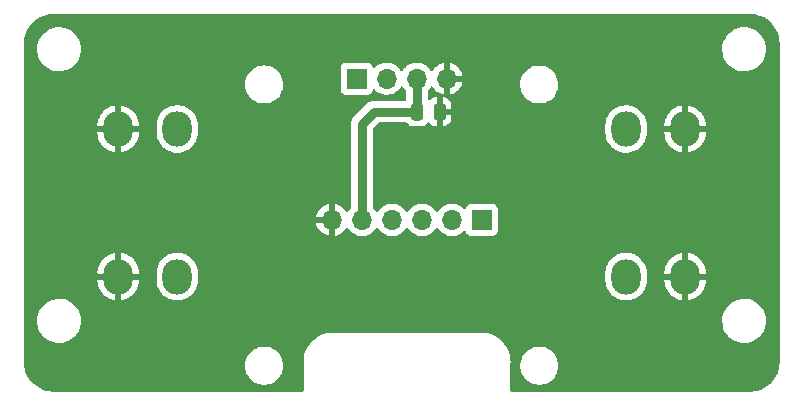
<source format=gbl>
G04 #@! TF.GenerationSoftware,KiCad,Pcbnew,(6.0.4)*
G04 #@! TF.CreationDate,2022-03-24T17:43:31+01:00*
G04 #@! TF.ProjectId,MT32pi-MiSTer,4d543332-7069-42d4-9d69-535465722e6b,rev?*
G04 #@! TF.SameCoordinates,Original*
G04 #@! TF.FileFunction,Copper,L2,Bot*
G04 #@! TF.FilePolarity,Positive*
%FSLAX46Y46*%
G04 Gerber Fmt 4.6, Leading zero omitted, Abs format (unit mm)*
G04 Created by KiCad (PCBNEW (6.0.4)) date 2022-03-24 17:43:31*
%MOMM*%
%LPD*%
G01*
G04 APERTURE LIST*
G04 Aperture macros list*
%AMRoundRect*
0 Rectangle with rounded corners*
0 $1 Rounding radius*
0 $2 $3 $4 $5 $6 $7 $8 $9 X,Y pos of 4 corners*
0 Add a 4 corners polygon primitive as box body*
4,1,4,$2,$3,$4,$5,$6,$7,$8,$9,$2,$3,0*
0 Add four circle primitives for the rounded corners*
1,1,$1+$1,$2,$3*
1,1,$1+$1,$4,$5*
1,1,$1+$1,$6,$7*
1,1,$1+$1,$8,$9*
0 Add four rect primitives between the rounded corners*
20,1,$1+$1,$2,$3,$4,$5,0*
20,1,$1+$1,$4,$5,$6,$7,0*
20,1,$1+$1,$6,$7,$8,$9,0*
20,1,$1+$1,$8,$9,$2,$3,0*%
G04 Aperture macros list end*
G04 #@! TA.AperFunction,ComponentPad*
%ADD10O,2.500000X3.000000*%
G04 #@! TD*
G04 #@! TA.AperFunction,SMDPad,CuDef*
%ADD11RoundRect,0.250000X-0.250000X-0.475000X0.250000X-0.475000X0.250000X0.475000X-0.250000X0.475000X0*%
G04 #@! TD*
G04 #@! TA.AperFunction,ComponentPad*
%ADD12R,1.700000X1.700000*%
G04 #@! TD*
G04 #@! TA.AperFunction,ComponentPad*
%ADD13O,1.700000X1.700000*%
G04 #@! TD*
G04 #@! TA.AperFunction,ViaPad*
%ADD14C,0.800000*%
G04 #@! TD*
G04 #@! TA.AperFunction,Conductor*
%ADD15C,0.800000*%
G04 #@! TD*
G04 APERTURE END LIST*
D10*
X131500000Y-92750000D03*
X131500000Y-105250000D03*
X136500000Y-105250000D03*
X136500000Y-92750000D03*
D11*
X113800000Y-91300000D03*
X115700000Y-91300000D03*
D10*
X93500000Y-105250000D03*
X93500000Y-92750000D03*
X88500000Y-92750000D03*
X88500000Y-105250000D03*
D12*
X108690000Y-88490000D03*
D13*
X111230000Y-88490000D03*
X113770000Y-88490000D03*
X116310000Y-88490000D03*
D12*
X119280000Y-100450000D03*
D13*
X116740000Y-100450000D03*
X114200000Y-100450000D03*
X111660000Y-100450000D03*
X109120000Y-100450000D03*
X106580000Y-100450000D03*
D14*
X125000000Y-83500000D03*
X130000000Y-114500000D03*
X81000000Y-104000000D03*
X135000000Y-114500000D03*
X110000000Y-83500000D03*
X144000000Y-104000000D03*
X135000000Y-83500000D03*
X117500000Y-109500000D03*
X105000000Y-83500000D03*
X100000000Y-83500000D03*
X81000000Y-94000000D03*
X115000000Y-83500000D03*
X90000000Y-83500000D03*
X144000000Y-94000000D03*
X81000000Y-99000000D03*
X90000000Y-114500000D03*
X140000000Y-114500000D03*
X85000000Y-114500000D03*
X130000000Y-83500000D03*
X112500000Y-109500000D03*
X144000000Y-99000000D03*
X120000000Y-83500000D03*
X95000000Y-114500000D03*
X95000000Y-83500000D03*
X107500000Y-109500000D03*
D15*
X113800000Y-88520000D02*
X113770000Y-88490000D01*
X113800000Y-91300000D02*
X113800000Y-88520000D01*
X110122000Y-91300000D02*
X113800000Y-91300000D01*
X109120000Y-100450000D02*
X109120000Y-92302000D01*
X109120000Y-92302000D02*
X110122000Y-91300000D01*
G04 #@! TA.AperFunction,Conductor*
G36*
X141970018Y-83010000D02*
G01*
X141984851Y-83012310D01*
X141984855Y-83012310D01*
X141993724Y-83013691D01*
X142010923Y-83011442D01*
X142034863Y-83010609D01*
X142292710Y-83026206D01*
X142307814Y-83028040D01*
X142379786Y-83041229D01*
X142588760Y-83079525D01*
X142603526Y-83083164D01*
X142876231Y-83168142D01*
X142890445Y-83173534D01*
X143108223Y-83271547D01*
X143150906Y-83290757D01*
X143164379Y-83297828D01*
X143408813Y-83445595D01*
X143421334Y-83454238D01*
X143646171Y-83630385D01*
X143657560Y-83640475D01*
X143859525Y-83842440D01*
X143869615Y-83853829D01*
X144045762Y-84078666D01*
X144054405Y-84091187D01*
X144128171Y-84213209D01*
X144187873Y-84311967D01*
X144202172Y-84335621D01*
X144209242Y-84349092D01*
X144326466Y-84609555D01*
X144331858Y-84623769D01*
X144366170Y-84733881D01*
X144416836Y-84896473D01*
X144420475Y-84911240D01*
X144440279Y-85019304D01*
X144471960Y-85192186D01*
X144473794Y-85207290D01*
X144488953Y-85457904D01*
X144487692Y-85484716D01*
X144487690Y-85484852D01*
X144486309Y-85493724D01*
X144487473Y-85502626D01*
X144487473Y-85502628D01*
X144490436Y-85525283D01*
X144491500Y-85541621D01*
X144491500Y-112450633D01*
X144490000Y-112470018D01*
X144487690Y-112484851D01*
X144487690Y-112484855D01*
X144486309Y-112493724D01*
X144488136Y-112507693D01*
X144488558Y-112510919D01*
X144489391Y-112534863D01*
X144473794Y-112792710D01*
X144471960Y-112807814D01*
X144420477Y-113088754D01*
X144416836Y-113103526D01*
X144357743Y-113293164D01*
X144331859Y-113376227D01*
X144326466Y-113390445D01*
X144209243Y-113650906D01*
X144202172Y-113664379D01*
X144054405Y-113908813D01*
X144045762Y-113921334D01*
X143869615Y-114146171D01*
X143859525Y-114157560D01*
X143657560Y-114359525D01*
X143646171Y-114369615D01*
X143421334Y-114545762D01*
X143408813Y-114554405D01*
X143164379Y-114702172D01*
X143150908Y-114709242D01*
X142890445Y-114826466D01*
X142876231Y-114831858D01*
X142603527Y-114916836D01*
X142588760Y-114920475D01*
X142379786Y-114958771D01*
X142307814Y-114971960D01*
X142292710Y-114973794D01*
X142042096Y-114988953D01*
X142015284Y-114987692D01*
X142015148Y-114987690D01*
X142006276Y-114986309D01*
X141997374Y-114987473D01*
X141997372Y-114987473D01*
X141982707Y-114989391D01*
X141974714Y-114990436D01*
X141958379Y-114991500D01*
X121834500Y-114991500D01*
X121766379Y-114971498D01*
X121719886Y-114917842D01*
X121708500Y-114865500D01*
X121708500Y-112790000D01*
X122536526Y-112790000D01*
X122556391Y-113042403D01*
X122557545Y-113047210D01*
X122557546Y-113047216D01*
X122571065Y-113103527D01*
X122615495Y-113288591D01*
X122617388Y-113293162D01*
X122617389Y-113293164D01*
X122654807Y-113383498D01*
X122712384Y-113522502D01*
X122844672Y-113738376D01*
X122847883Y-113742135D01*
X123000934Y-113921334D01*
X123009102Y-113930898D01*
X123201624Y-114095328D01*
X123417498Y-114227616D01*
X123422068Y-114229509D01*
X123422072Y-114229511D01*
X123646836Y-114322611D01*
X123651409Y-114324505D01*
X123736032Y-114344821D01*
X123892784Y-114382454D01*
X123892790Y-114382455D01*
X123897597Y-114383609D01*
X123997416Y-114391465D01*
X124084345Y-114398307D01*
X124084352Y-114398307D01*
X124086801Y-114398500D01*
X124213199Y-114398500D01*
X124215648Y-114398307D01*
X124215655Y-114398307D01*
X124302584Y-114391465D01*
X124402403Y-114383609D01*
X124407210Y-114382455D01*
X124407216Y-114382454D01*
X124563968Y-114344821D01*
X124648591Y-114324505D01*
X124653164Y-114322611D01*
X124877928Y-114229511D01*
X124877932Y-114229509D01*
X124882502Y-114227616D01*
X125098376Y-114095328D01*
X125290898Y-113930898D01*
X125299067Y-113921334D01*
X125452117Y-113742135D01*
X125455328Y-113738376D01*
X125587616Y-113522502D01*
X125645194Y-113383498D01*
X125682611Y-113293164D01*
X125682612Y-113293162D01*
X125684505Y-113288591D01*
X125728935Y-113103527D01*
X125742454Y-113047216D01*
X125742455Y-113047210D01*
X125743609Y-113042403D01*
X125763474Y-112790000D01*
X125743609Y-112537597D01*
X125742349Y-112532345D01*
X125685660Y-112296221D01*
X125684505Y-112291409D01*
X125647006Y-112200878D01*
X125589511Y-112062072D01*
X125589509Y-112062068D01*
X125587616Y-112057498D01*
X125455328Y-111841624D01*
X125290898Y-111649102D01*
X125098376Y-111484672D01*
X124882502Y-111352384D01*
X124877932Y-111350491D01*
X124877928Y-111350489D01*
X124653164Y-111257389D01*
X124653162Y-111257388D01*
X124648591Y-111255495D01*
X124563968Y-111235179D01*
X124407216Y-111197546D01*
X124407210Y-111197545D01*
X124402403Y-111196391D01*
X124302584Y-111188535D01*
X124215655Y-111181693D01*
X124215648Y-111181693D01*
X124213199Y-111181500D01*
X124086801Y-111181500D01*
X124084352Y-111181693D01*
X124084345Y-111181693D01*
X123997416Y-111188535D01*
X123897597Y-111196391D01*
X123892790Y-111197545D01*
X123892784Y-111197546D01*
X123736032Y-111235179D01*
X123651409Y-111255495D01*
X123646838Y-111257388D01*
X123646836Y-111257389D01*
X123422072Y-111350489D01*
X123422068Y-111350491D01*
X123417498Y-111352384D01*
X123201624Y-111484672D01*
X123009102Y-111649102D01*
X122844672Y-111841624D01*
X122712384Y-112057498D01*
X122710491Y-112062068D01*
X122710489Y-112062072D01*
X122652994Y-112200878D01*
X122615495Y-112291409D01*
X122614340Y-112296221D01*
X122557652Y-112532345D01*
X122556391Y-112537597D01*
X122536526Y-112790000D01*
X121708500Y-112790000D01*
X121708500Y-112553250D01*
X121710246Y-112532345D01*
X121712770Y-112517344D01*
X121712770Y-112517341D01*
X121713576Y-112512552D01*
X121713729Y-112500000D01*
X121713040Y-112495190D01*
X121712882Y-112492763D01*
X121712303Y-112487067D01*
X121694992Y-112200878D01*
X121694991Y-112200873D01*
X121694762Y-112197081D01*
X121640059Y-111898579D01*
X121549775Y-111608848D01*
X121425226Y-111332111D01*
X121268228Y-111072405D01*
X121219683Y-111010441D01*
X121201480Y-110987207D01*
X121081071Y-110833516D01*
X120866484Y-110618929D01*
X120627595Y-110431772D01*
X120450094Y-110324469D01*
X120371150Y-110276745D01*
X120371146Y-110276743D01*
X120367889Y-110274774D01*
X120229521Y-110212500D01*
X120094628Y-110151789D01*
X120094622Y-110151787D01*
X120091152Y-110150225D01*
X119801421Y-110059941D01*
X119502919Y-110005238D01*
X119499125Y-110005009D01*
X119499121Y-110005008D01*
X119366717Y-109996999D01*
X119230841Y-109988780D01*
X119217554Y-109987265D01*
X119212552Y-109986424D01*
X119206276Y-109986348D01*
X119204860Y-109986330D01*
X119204857Y-109986330D01*
X119200000Y-109986271D01*
X119175679Y-109989754D01*
X119172376Y-109990227D01*
X119154514Y-109991500D01*
X106753250Y-109991500D01*
X106732345Y-109989754D01*
X106717344Y-109987230D01*
X106717341Y-109987230D01*
X106712552Y-109986424D01*
X106706276Y-109986347D01*
X106704859Y-109986330D01*
X106704856Y-109986330D01*
X106700000Y-109986271D01*
X106695190Y-109986960D01*
X106692763Y-109987118D01*
X106687067Y-109987697D01*
X106400878Y-110005008D01*
X106400873Y-110005009D01*
X106397081Y-110005238D01*
X106098579Y-110059941D01*
X105808848Y-110150225D01*
X105805378Y-110151787D01*
X105805372Y-110151789D01*
X105670479Y-110212500D01*
X105532111Y-110274774D01*
X105528854Y-110276743D01*
X105528850Y-110276745D01*
X105449906Y-110324469D01*
X105272405Y-110431772D01*
X105033516Y-110618929D01*
X104818929Y-110833516D01*
X104698520Y-110987207D01*
X104680318Y-111010441D01*
X104631772Y-111072405D01*
X104474774Y-111332111D01*
X104350225Y-111608848D01*
X104259941Y-111898579D01*
X104205238Y-112197081D01*
X104205009Y-112200871D01*
X104205008Y-112200877D01*
X104188279Y-112477454D01*
X104187718Y-112482655D01*
X104187711Y-112483272D01*
X104187875Y-112483669D01*
X104186309Y-112493724D01*
X104186983Y-112498878D01*
X104186915Y-112500000D01*
X104187130Y-112500000D01*
X104188122Y-112507587D01*
X104190436Y-112525283D01*
X104191500Y-112541620D01*
X104191500Y-114865500D01*
X104171498Y-114933621D01*
X104117842Y-114980114D01*
X104065500Y-114991500D01*
X83049367Y-114991500D01*
X83029982Y-114990000D01*
X83015149Y-114987690D01*
X83015145Y-114987690D01*
X83006276Y-114986309D01*
X82989077Y-114988558D01*
X82965137Y-114989391D01*
X82707290Y-114973794D01*
X82692186Y-114971960D01*
X82620214Y-114958771D01*
X82411240Y-114920475D01*
X82396473Y-114916836D01*
X82123769Y-114831858D01*
X82109555Y-114826466D01*
X81849092Y-114709242D01*
X81835621Y-114702172D01*
X81591187Y-114554405D01*
X81578666Y-114545762D01*
X81353829Y-114369615D01*
X81342440Y-114359525D01*
X81140475Y-114157560D01*
X81130385Y-114146171D01*
X80954238Y-113921334D01*
X80945595Y-113908813D01*
X80797828Y-113664379D01*
X80790757Y-113650906D01*
X80673534Y-113390445D01*
X80668141Y-113376227D01*
X80642258Y-113293164D01*
X80583164Y-113103526D01*
X80579523Y-113088754D01*
X80528040Y-112807814D01*
X80526206Y-112792710D01*
X80526042Y-112790000D01*
X99236526Y-112790000D01*
X99256391Y-113042403D01*
X99257545Y-113047210D01*
X99257546Y-113047216D01*
X99271065Y-113103527D01*
X99315495Y-113288591D01*
X99317388Y-113293162D01*
X99317389Y-113293164D01*
X99354807Y-113383498D01*
X99412384Y-113522502D01*
X99544672Y-113738376D01*
X99547883Y-113742135D01*
X99700934Y-113921334D01*
X99709102Y-113930898D01*
X99901624Y-114095328D01*
X100117498Y-114227616D01*
X100122068Y-114229509D01*
X100122072Y-114229511D01*
X100346836Y-114322611D01*
X100351409Y-114324505D01*
X100436032Y-114344821D01*
X100592784Y-114382454D01*
X100592790Y-114382455D01*
X100597597Y-114383609D01*
X100697416Y-114391465D01*
X100784345Y-114398307D01*
X100784352Y-114398307D01*
X100786801Y-114398500D01*
X100913199Y-114398500D01*
X100915648Y-114398307D01*
X100915655Y-114398307D01*
X101002584Y-114391465D01*
X101102403Y-114383609D01*
X101107210Y-114382455D01*
X101107216Y-114382454D01*
X101263968Y-114344821D01*
X101348591Y-114324505D01*
X101353164Y-114322611D01*
X101577928Y-114229511D01*
X101577932Y-114229509D01*
X101582502Y-114227616D01*
X101798376Y-114095328D01*
X101990898Y-113930898D01*
X101999067Y-113921334D01*
X102152117Y-113742135D01*
X102155328Y-113738376D01*
X102287616Y-113522502D01*
X102345194Y-113383498D01*
X102382611Y-113293164D01*
X102382612Y-113293162D01*
X102384505Y-113288591D01*
X102428935Y-113103527D01*
X102442454Y-113047216D01*
X102442455Y-113047210D01*
X102443609Y-113042403D01*
X102463474Y-112790000D01*
X102443609Y-112537597D01*
X102442349Y-112532345D01*
X102385660Y-112296221D01*
X102384505Y-112291409D01*
X102347006Y-112200878D01*
X102289511Y-112062072D01*
X102289509Y-112062068D01*
X102287616Y-112057498D01*
X102155328Y-111841624D01*
X101990898Y-111649102D01*
X101798376Y-111484672D01*
X101582502Y-111352384D01*
X101577932Y-111350491D01*
X101577928Y-111350489D01*
X101353164Y-111257389D01*
X101353162Y-111257388D01*
X101348591Y-111255495D01*
X101263968Y-111235179D01*
X101107216Y-111197546D01*
X101107210Y-111197545D01*
X101102403Y-111196391D01*
X101002584Y-111188535D01*
X100915655Y-111181693D01*
X100915648Y-111181693D01*
X100913199Y-111181500D01*
X100786801Y-111181500D01*
X100784352Y-111181693D01*
X100784345Y-111181693D01*
X100697416Y-111188535D01*
X100597597Y-111196391D01*
X100592790Y-111197545D01*
X100592784Y-111197546D01*
X100436032Y-111235179D01*
X100351409Y-111255495D01*
X100346838Y-111257388D01*
X100346836Y-111257389D01*
X100122072Y-111350489D01*
X100122068Y-111350491D01*
X100117498Y-111352384D01*
X99901624Y-111484672D01*
X99709102Y-111649102D01*
X99544672Y-111841624D01*
X99412384Y-112057498D01*
X99410491Y-112062068D01*
X99410489Y-112062072D01*
X99352994Y-112200878D01*
X99315495Y-112291409D01*
X99314340Y-112296221D01*
X99257652Y-112532345D01*
X99256391Y-112537597D01*
X99236526Y-112790000D01*
X80526042Y-112790000D01*
X80511269Y-112545768D01*
X80512520Y-112522216D01*
X80512334Y-112522199D01*
X80512769Y-112517350D01*
X80513576Y-112512552D01*
X80513729Y-112500000D01*
X80509773Y-112472376D01*
X80508500Y-112454514D01*
X80508500Y-109042277D01*
X81637009Y-109042277D01*
X81662625Y-109310769D01*
X81663710Y-109315203D01*
X81663711Y-109315209D01*
X81725645Y-109568312D01*
X81726731Y-109572750D01*
X81827985Y-109822733D01*
X81964265Y-110055482D01*
X82039127Y-110149092D01*
X82084686Y-110206060D01*
X82132716Y-110266119D01*
X82329809Y-110450234D01*
X82551416Y-110603968D01*
X82555499Y-110605999D01*
X82555502Y-110606001D01*
X82576759Y-110616576D01*
X82792894Y-110724101D01*
X82797228Y-110725522D01*
X82797231Y-110725523D01*
X83044853Y-110806698D01*
X83044859Y-110806699D01*
X83049186Y-110808118D01*
X83053677Y-110808898D01*
X83053678Y-110808898D01*
X83311140Y-110853601D01*
X83311148Y-110853602D01*
X83314921Y-110854257D01*
X83318758Y-110854448D01*
X83398578Y-110858422D01*
X83398586Y-110858422D01*
X83400149Y-110858500D01*
X83568512Y-110858500D01*
X83570780Y-110858335D01*
X83570792Y-110858335D01*
X83701884Y-110848823D01*
X83769004Y-110843953D01*
X83773459Y-110842969D01*
X83773462Y-110842969D01*
X84027912Y-110786791D01*
X84027916Y-110786790D01*
X84032372Y-110785806D01*
X84158480Y-110738028D01*
X84280318Y-110691868D01*
X84280321Y-110691867D01*
X84284588Y-110690250D01*
X84520368Y-110559286D01*
X84734773Y-110395657D01*
X84923312Y-110202792D01*
X85082034Y-109984730D01*
X85165190Y-109826676D01*
X85205490Y-109750079D01*
X85205493Y-109750073D01*
X85207615Y-109746039D01*
X85270378Y-109568312D01*
X85295902Y-109496033D01*
X85295902Y-109496032D01*
X85297425Y-109491720D01*
X85349581Y-109227100D01*
X85358782Y-109042277D01*
X139637009Y-109042277D01*
X139662625Y-109310769D01*
X139663710Y-109315203D01*
X139663711Y-109315209D01*
X139725645Y-109568312D01*
X139726731Y-109572750D01*
X139827985Y-109822733D01*
X139964265Y-110055482D01*
X140039127Y-110149092D01*
X140084686Y-110206060D01*
X140132716Y-110266119D01*
X140329809Y-110450234D01*
X140551416Y-110603968D01*
X140555499Y-110605999D01*
X140555502Y-110606001D01*
X140576759Y-110616576D01*
X140792894Y-110724101D01*
X140797228Y-110725522D01*
X140797231Y-110725523D01*
X141044853Y-110806698D01*
X141044859Y-110806699D01*
X141049186Y-110808118D01*
X141053677Y-110808898D01*
X141053678Y-110808898D01*
X141311140Y-110853601D01*
X141311148Y-110853602D01*
X141314921Y-110854257D01*
X141318758Y-110854448D01*
X141398578Y-110858422D01*
X141398586Y-110858422D01*
X141400149Y-110858500D01*
X141568512Y-110858500D01*
X141570780Y-110858335D01*
X141570792Y-110858335D01*
X141701884Y-110848823D01*
X141769004Y-110843953D01*
X141773459Y-110842969D01*
X141773462Y-110842969D01*
X142027912Y-110786791D01*
X142027916Y-110786790D01*
X142032372Y-110785806D01*
X142158480Y-110738028D01*
X142280318Y-110691868D01*
X142280321Y-110691867D01*
X142284588Y-110690250D01*
X142520368Y-110559286D01*
X142734773Y-110395657D01*
X142923312Y-110202792D01*
X143082034Y-109984730D01*
X143165190Y-109826676D01*
X143205490Y-109750079D01*
X143205493Y-109750073D01*
X143207615Y-109746039D01*
X143270378Y-109568312D01*
X143295902Y-109496033D01*
X143295902Y-109496032D01*
X143297425Y-109491720D01*
X143349581Y-109227100D01*
X143358782Y-109042277D01*
X143362764Y-108962292D01*
X143362764Y-108962286D01*
X143362991Y-108957723D01*
X143337375Y-108689231D01*
X143292042Y-108503967D01*
X143274355Y-108431688D01*
X143273269Y-108427250D01*
X143172015Y-108177267D01*
X143035735Y-107944518D01*
X142917928Y-107797208D01*
X142870136Y-107737447D01*
X142870135Y-107737445D01*
X142867284Y-107733881D01*
X142670191Y-107549766D01*
X142448584Y-107396032D01*
X142444501Y-107394001D01*
X142444498Y-107393999D01*
X142279606Y-107311967D01*
X142207106Y-107275899D01*
X142202772Y-107274478D01*
X142202769Y-107274477D01*
X141955147Y-107193302D01*
X141955141Y-107193301D01*
X141950814Y-107191882D01*
X141946322Y-107191102D01*
X141688860Y-107146399D01*
X141688852Y-107146398D01*
X141685079Y-107145743D01*
X141673817Y-107145182D01*
X141601422Y-107141578D01*
X141601414Y-107141578D01*
X141599851Y-107141500D01*
X141431488Y-107141500D01*
X141429220Y-107141665D01*
X141429208Y-107141665D01*
X141298116Y-107151177D01*
X141230996Y-107156047D01*
X141226541Y-107157031D01*
X141226538Y-107157031D01*
X140972088Y-107213209D01*
X140972084Y-107213210D01*
X140967628Y-107214194D01*
X140911946Y-107235290D01*
X140719682Y-107308132D01*
X140719679Y-107308133D01*
X140715412Y-107309750D01*
X140479632Y-107440714D01*
X140265227Y-107604343D01*
X140076688Y-107797208D01*
X139917966Y-108015270D01*
X139915844Y-108019304D01*
X139794510Y-108249921D01*
X139794507Y-108249927D01*
X139792385Y-108253961D01*
X139790865Y-108258266D01*
X139790863Y-108258270D01*
X139704098Y-108503967D01*
X139702575Y-108508280D01*
X139650419Y-108772900D01*
X139650192Y-108777453D01*
X139650192Y-108777456D01*
X139640991Y-108962292D01*
X139637009Y-109042277D01*
X85358782Y-109042277D01*
X85362764Y-108962292D01*
X85362764Y-108962286D01*
X85362991Y-108957723D01*
X85337375Y-108689231D01*
X85292042Y-108503967D01*
X85274355Y-108431688D01*
X85273269Y-108427250D01*
X85172015Y-108177267D01*
X85035735Y-107944518D01*
X84917928Y-107797208D01*
X84870136Y-107737447D01*
X84870135Y-107737445D01*
X84867284Y-107733881D01*
X84670191Y-107549766D01*
X84448584Y-107396032D01*
X84444501Y-107394001D01*
X84444498Y-107393999D01*
X84279606Y-107311967D01*
X84207106Y-107275899D01*
X84202772Y-107274478D01*
X84202769Y-107274477D01*
X83955147Y-107193302D01*
X83955141Y-107193301D01*
X83950814Y-107191882D01*
X83946322Y-107191102D01*
X83688860Y-107146399D01*
X83688852Y-107146398D01*
X83685079Y-107145743D01*
X83673817Y-107145182D01*
X83601422Y-107141578D01*
X83601414Y-107141578D01*
X83599851Y-107141500D01*
X83431488Y-107141500D01*
X83429220Y-107141665D01*
X83429208Y-107141665D01*
X83298116Y-107151177D01*
X83230996Y-107156047D01*
X83226541Y-107157031D01*
X83226538Y-107157031D01*
X82972088Y-107213209D01*
X82972084Y-107213210D01*
X82967628Y-107214194D01*
X82911946Y-107235290D01*
X82719682Y-107308132D01*
X82719679Y-107308133D01*
X82715412Y-107309750D01*
X82479632Y-107440714D01*
X82265227Y-107604343D01*
X82076688Y-107797208D01*
X81917966Y-108015270D01*
X81915844Y-108019304D01*
X81794510Y-108249921D01*
X81794507Y-108249927D01*
X81792385Y-108253961D01*
X81790865Y-108258266D01*
X81790863Y-108258270D01*
X81704098Y-108503967D01*
X81702575Y-108508280D01*
X81650419Y-108772900D01*
X81650192Y-108777453D01*
X81650192Y-108777456D01*
X81640991Y-108962292D01*
X81637009Y-109042277D01*
X80508500Y-109042277D01*
X80508500Y-105563998D01*
X86742000Y-105563998D01*
X86742173Y-105568673D01*
X86756088Y-105755926D01*
X86757464Y-105765132D01*
X86813071Y-106010874D01*
X86815795Y-106019785D01*
X86907112Y-106254608D01*
X86911123Y-106263017D01*
X87036146Y-106481760D01*
X87041357Y-106489486D01*
X87197341Y-106687350D01*
X87203634Y-106694218D01*
X87387144Y-106866848D01*
X87394398Y-106872722D01*
X87601403Y-107016327D01*
X87609438Y-107021060D01*
X87835407Y-107132495D01*
X87844040Y-107135983D01*
X88083994Y-107212793D01*
X88093076Y-107214973D01*
X88228120Y-107236967D01*
X88241714Y-107235271D01*
X88245865Y-107221606D01*
X88754000Y-107221606D01*
X88758018Y-107235290D01*
X88771710Y-107237311D01*
X88861904Y-107225036D01*
X88871022Y-107223098D01*
X89112902Y-107152596D01*
X89121633Y-107149333D01*
X89350442Y-107043849D01*
X89358594Y-107039330D01*
X89569291Y-106901192D01*
X89576696Y-106895509D01*
X89764654Y-106727751D01*
X89771139Y-106721035D01*
X89932239Y-106527334D01*
X89937654Y-106519742D01*
X90068354Y-106304354D01*
X90072592Y-106296037D01*
X90170019Y-106063701D01*
X90172980Y-106054851D01*
X90234994Y-105810669D01*
X90236616Y-105801472D01*
X90257684Y-105592247D01*
X90258000Y-105585955D01*
X90258000Y-105566354D01*
X91741500Y-105566354D01*
X91741673Y-105568679D01*
X91741673Y-105568685D01*
X91742957Y-105585955D01*
X91755939Y-105760652D01*
X91756968Y-105765200D01*
X91756969Y-105765206D01*
X91799147Y-105951601D01*
X91813623Y-106015577D01*
X91908353Y-106259177D01*
X92038049Y-106486098D01*
X92199862Y-106691357D01*
X92390237Y-106870443D01*
X92542563Y-106976116D01*
X92600527Y-107016327D01*
X92604991Y-107019424D01*
X92609181Y-107021490D01*
X92609184Y-107021492D01*
X92835219Y-107132960D01*
X92835222Y-107132961D01*
X92839407Y-107135025D01*
X92843850Y-107136447D01*
X92843852Y-107136448D01*
X93017029Y-107191882D01*
X93088335Y-107214707D01*
X93346307Y-107256721D01*
X93460058Y-107258210D01*
X93602978Y-107260081D01*
X93602981Y-107260081D01*
X93607655Y-107260142D01*
X93866638Y-107224896D01*
X93877926Y-107221606D01*
X93982580Y-107191102D01*
X94117567Y-107151757D01*
X94129190Y-107146399D01*
X94172112Y-107126611D01*
X94354928Y-107042332D01*
X94404976Y-107009519D01*
X94569596Y-106901590D01*
X94569601Y-106901586D01*
X94573509Y-106899024D01*
X94768506Y-106724982D01*
X94935637Y-106524030D01*
X95071229Y-106300581D01*
X95172303Y-106059545D01*
X95236641Y-105806217D01*
X95258500Y-105589133D01*
X95258500Y-105566354D01*
X129741500Y-105566354D01*
X129741673Y-105568679D01*
X129741673Y-105568685D01*
X129742957Y-105585955D01*
X129755939Y-105760652D01*
X129756968Y-105765200D01*
X129756969Y-105765206D01*
X129799147Y-105951601D01*
X129813623Y-106015577D01*
X129908353Y-106259177D01*
X130038049Y-106486098D01*
X130199862Y-106691357D01*
X130390237Y-106870443D01*
X130542563Y-106976116D01*
X130600527Y-107016327D01*
X130604991Y-107019424D01*
X130609181Y-107021490D01*
X130609184Y-107021492D01*
X130835219Y-107132960D01*
X130835222Y-107132961D01*
X130839407Y-107135025D01*
X130843850Y-107136447D01*
X130843852Y-107136448D01*
X131017029Y-107191882D01*
X131088335Y-107214707D01*
X131346307Y-107256721D01*
X131460058Y-107258210D01*
X131602978Y-107260081D01*
X131602981Y-107260081D01*
X131607655Y-107260142D01*
X131866638Y-107224896D01*
X131877926Y-107221606D01*
X131982580Y-107191102D01*
X132117567Y-107151757D01*
X132129190Y-107146399D01*
X132172112Y-107126611D01*
X132354928Y-107042332D01*
X132404976Y-107009519D01*
X132569596Y-106901590D01*
X132569601Y-106901586D01*
X132573509Y-106899024D01*
X132768506Y-106724982D01*
X132935637Y-106524030D01*
X133071229Y-106300581D01*
X133172303Y-106059545D01*
X133236641Y-105806217D01*
X133258500Y-105589133D01*
X133258500Y-105563998D01*
X134742000Y-105563998D01*
X134742173Y-105568673D01*
X134756088Y-105755926D01*
X134757464Y-105765132D01*
X134813071Y-106010874D01*
X134815795Y-106019785D01*
X134907112Y-106254608D01*
X134911123Y-106263017D01*
X135036146Y-106481760D01*
X135041357Y-106489486D01*
X135197341Y-106687350D01*
X135203634Y-106694218D01*
X135387144Y-106866848D01*
X135394398Y-106872722D01*
X135601403Y-107016327D01*
X135609438Y-107021060D01*
X135835407Y-107132495D01*
X135844040Y-107135983D01*
X136083994Y-107212793D01*
X136093076Y-107214973D01*
X136228120Y-107236967D01*
X136241714Y-107235271D01*
X136245865Y-107221606D01*
X136754000Y-107221606D01*
X136758018Y-107235290D01*
X136771710Y-107237311D01*
X136861904Y-107225036D01*
X136871022Y-107223098D01*
X137112902Y-107152596D01*
X137121633Y-107149333D01*
X137350442Y-107043849D01*
X137358594Y-107039330D01*
X137569291Y-106901192D01*
X137576696Y-106895509D01*
X137764654Y-106727751D01*
X137771139Y-106721035D01*
X137932239Y-106527334D01*
X137937654Y-106519742D01*
X138068354Y-106304354D01*
X138072592Y-106296037D01*
X138170019Y-106063701D01*
X138172980Y-106054851D01*
X138234994Y-105810669D01*
X138236616Y-105801472D01*
X138257684Y-105592247D01*
X138258000Y-105585955D01*
X138258000Y-105522115D01*
X138253525Y-105506876D01*
X138252135Y-105505671D01*
X138244452Y-105504000D01*
X136772115Y-105504000D01*
X136756876Y-105508475D01*
X136755671Y-105509865D01*
X136754000Y-105517548D01*
X136754000Y-107221606D01*
X136245865Y-107221606D01*
X136246000Y-107221161D01*
X136246000Y-105522115D01*
X136241525Y-105506876D01*
X136240135Y-105505671D01*
X136232452Y-105504000D01*
X134760115Y-105504000D01*
X134744876Y-105508475D01*
X134743671Y-105509865D01*
X134742000Y-105517548D01*
X134742000Y-105563998D01*
X133258500Y-105563998D01*
X133258500Y-104977885D01*
X134742000Y-104977885D01*
X134746475Y-104993124D01*
X134747865Y-104994329D01*
X134755548Y-104996000D01*
X136227885Y-104996000D01*
X136243124Y-104991525D01*
X136244329Y-104990135D01*
X136246000Y-104982452D01*
X136246000Y-104977885D01*
X136754000Y-104977885D01*
X136758475Y-104993124D01*
X136759865Y-104994329D01*
X136767548Y-104996000D01*
X138239885Y-104996000D01*
X138255124Y-104991525D01*
X138256329Y-104990135D01*
X138258000Y-104982452D01*
X138258000Y-104936002D01*
X138257827Y-104931327D01*
X138243912Y-104744074D01*
X138242536Y-104734868D01*
X138186929Y-104489126D01*
X138184205Y-104480215D01*
X138092888Y-104245392D01*
X138088877Y-104236983D01*
X137963854Y-104018240D01*
X137958643Y-104010514D01*
X137802659Y-103812650D01*
X137796366Y-103805782D01*
X137612856Y-103633152D01*
X137605602Y-103627278D01*
X137398597Y-103483673D01*
X137390562Y-103478940D01*
X137164593Y-103367505D01*
X137155960Y-103364017D01*
X136916006Y-103287207D01*
X136906924Y-103285027D01*
X136771880Y-103263033D01*
X136758286Y-103264729D01*
X136754000Y-103278839D01*
X136754000Y-104977885D01*
X136246000Y-104977885D01*
X136246000Y-103278394D01*
X136241982Y-103264710D01*
X136228290Y-103262689D01*
X136138096Y-103274964D01*
X136128978Y-103276902D01*
X135887098Y-103347404D01*
X135878367Y-103350667D01*
X135649558Y-103456151D01*
X135641406Y-103460670D01*
X135430709Y-103598808D01*
X135423304Y-103604491D01*
X135235346Y-103772249D01*
X135228861Y-103778965D01*
X135067761Y-103972666D01*
X135062346Y-103980258D01*
X134931646Y-104195646D01*
X134927408Y-104203963D01*
X134829981Y-104436299D01*
X134827020Y-104445149D01*
X134765006Y-104689331D01*
X134763384Y-104698528D01*
X134742316Y-104907753D01*
X134742000Y-104914045D01*
X134742000Y-104977885D01*
X133258500Y-104977885D01*
X133258500Y-104933646D01*
X133258327Y-104931315D01*
X133244407Y-104744000D01*
X133244406Y-104743996D01*
X133244061Y-104739348D01*
X133234825Y-104698528D01*
X133187408Y-104488980D01*
X133186377Y-104484423D01*
X133091647Y-104240823D01*
X132961951Y-104013902D01*
X132800138Y-103808643D01*
X132609763Y-103629557D01*
X132457437Y-103523884D01*
X132398851Y-103483241D01*
X132398848Y-103483239D01*
X132395009Y-103480576D01*
X132354644Y-103460670D01*
X132164781Y-103367040D01*
X132164778Y-103367039D01*
X132160593Y-103364975D01*
X132114449Y-103350204D01*
X131916123Y-103286720D01*
X131911665Y-103285293D01*
X131653693Y-103243279D01*
X131539942Y-103241790D01*
X131397022Y-103239919D01*
X131397019Y-103239919D01*
X131392345Y-103239858D01*
X131133362Y-103275104D01*
X131128876Y-103276412D01*
X131128874Y-103276412D01*
X131098405Y-103285293D01*
X130882433Y-103348243D01*
X130878180Y-103350203D01*
X130878179Y-103350204D01*
X130827888Y-103373389D01*
X130645072Y-103457668D01*
X130606067Y-103483241D01*
X130430404Y-103598410D01*
X130430399Y-103598414D01*
X130426491Y-103600976D01*
X130231494Y-103775018D01*
X130064363Y-103975970D01*
X129928771Y-104199419D01*
X129827697Y-104440455D01*
X129763359Y-104693783D01*
X129741500Y-104910867D01*
X129741500Y-105566354D01*
X95258500Y-105566354D01*
X95258500Y-104933646D01*
X95258327Y-104931315D01*
X95244407Y-104744000D01*
X95244406Y-104743996D01*
X95244061Y-104739348D01*
X95234825Y-104698528D01*
X95187408Y-104488980D01*
X95186377Y-104484423D01*
X95091647Y-104240823D01*
X94961951Y-104013902D01*
X94800138Y-103808643D01*
X94609763Y-103629557D01*
X94457437Y-103523884D01*
X94398851Y-103483241D01*
X94398848Y-103483239D01*
X94395009Y-103480576D01*
X94354644Y-103460670D01*
X94164781Y-103367040D01*
X94164778Y-103367039D01*
X94160593Y-103364975D01*
X94114449Y-103350204D01*
X93916123Y-103286720D01*
X93911665Y-103285293D01*
X93653693Y-103243279D01*
X93539942Y-103241790D01*
X93397022Y-103239919D01*
X93397019Y-103239919D01*
X93392345Y-103239858D01*
X93133362Y-103275104D01*
X93128876Y-103276412D01*
X93128874Y-103276412D01*
X93098405Y-103285293D01*
X92882433Y-103348243D01*
X92878180Y-103350203D01*
X92878179Y-103350204D01*
X92827888Y-103373389D01*
X92645072Y-103457668D01*
X92606067Y-103483241D01*
X92430404Y-103598410D01*
X92430399Y-103598414D01*
X92426491Y-103600976D01*
X92231494Y-103775018D01*
X92064363Y-103975970D01*
X91928771Y-104199419D01*
X91827697Y-104440455D01*
X91763359Y-104693783D01*
X91741500Y-104910867D01*
X91741500Y-105566354D01*
X90258000Y-105566354D01*
X90258000Y-105522115D01*
X90253525Y-105506876D01*
X90252135Y-105505671D01*
X90244452Y-105504000D01*
X88772115Y-105504000D01*
X88756876Y-105508475D01*
X88755671Y-105509865D01*
X88754000Y-105517548D01*
X88754000Y-107221606D01*
X88245865Y-107221606D01*
X88246000Y-107221161D01*
X88246000Y-105522115D01*
X88241525Y-105506876D01*
X88240135Y-105505671D01*
X88232452Y-105504000D01*
X86760115Y-105504000D01*
X86744876Y-105508475D01*
X86743671Y-105509865D01*
X86742000Y-105517548D01*
X86742000Y-105563998D01*
X80508500Y-105563998D01*
X80508500Y-104977885D01*
X86742000Y-104977885D01*
X86746475Y-104993124D01*
X86747865Y-104994329D01*
X86755548Y-104996000D01*
X88227885Y-104996000D01*
X88243124Y-104991525D01*
X88244329Y-104990135D01*
X88246000Y-104982452D01*
X88246000Y-104977885D01*
X88754000Y-104977885D01*
X88758475Y-104993124D01*
X88759865Y-104994329D01*
X88767548Y-104996000D01*
X90239885Y-104996000D01*
X90255124Y-104991525D01*
X90256329Y-104990135D01*
X90258000Y-104982452D01*
X90258000Y-104936002D01*
X90257827Y-104931327D01*
X90243912Y-104744074D01*
X90242536Y-104734868D01*
X90186929Y-104489126D01*
X90184205Y-104480215D01*
X90092888Y-104245392D01*
X90088877Y-104236983D01*
X89963854Y-104018240D01*
X89958643Y-104010514D01*
X89802659Y-103812650D01*
X89796366Y-103805782D01*
X89612856Y-103633152D01*
X89605602Y-103627278D01*
X89398597Y-103483673D01*
X89390562Y-103478940D01*
X89164593Y-103367505D01*
X89155960Y-103364017D01*
X88916006Y-103287207D01*
X88906924Y-103285027D01*
X88771880Y-103263033D01*
X88758286Y-103264729D01*
X88754000Y-103278839D01*
X88754000Y-104977885D01*
X88246000Y-104977885D01*
X88246000Y-103278394D01*
X88241982Y-103264710D01*
X88228290Y-103262689D01*
X88138096Y-103274964D01*
X88128978Y-103276902D01*
X87887098Y-103347404D01*
X87878367Y-103350667D01*
X87649558Y-103456151D01*
X87641406Y-103460670D01*
X87430709Y-103598808D01*
X87423304Y-103604491D01*
X87235346Y-103772249D01*
X87228861Y-103778965D01*
X87067761Y-103972666D01*
X87062346Y-103980258D01*
X86931646Y-104195646D01*
X86927408Y-104203963D01*
X86829981Y-104436299D01*
X86827020Y-104445149D01*
X86765006Y-104689331D01*
X86763384Y-104698528D01*
X86742316Y-104907753D01*
X86742000Y-104914045D01*
X86742000Y-104977885D01*
X80508500Y-104977885D01*
X80508500Y-100717966D01*
X105248257Y-100717966D01*
X105278565Y-100852446D01*
X105281645Y-100862275D01*
X105361770Y-101059603D01*
X105366413Y-101068794D01*
X105477694Y-101250388D01*
X105483777Y-101258699D01*
X105623213Y-101419667D01*
X105630580Y-101426883D01*
X105794434Y-101562916D01*
X105802881Y-101568831D01*
X105986756Y-101676279D01*
X105996042Y-101680729D01*
X106195001Y-101756703D01*
X106204899Y-101759579D01*
X106308250Y-101780606D01*
X106322299Y-101779410D01*
X106326000Y-101769065D01*
X106326000Y-101768517D01*
X106834000Y-101768517D01*
X106838064Y-101782359D01*
X106851478Y-101784393D01*
X106858184Y-101783534D01*
X106868262Y-101781392D01*
X107072255Y-101720191D01*
X107081842Y-101716433D01*
X107273095Y-101622739D01*
X107281945Y-101617464D01*
X107455328Y-101493792D01*
X107463200Y-101487139D01*
X107614052Y-101336812D01*
X107620730Y-101328965D01*
X107748022Y-101151819D01*
X107749279Y-101152722D01*
X107796373Y-101109362D01*
X107866311Y-101097145D01*
X107931751Y-101124678D01*
X107959579Y-101156511D01*
X108019987Y-101255088D01*
X108166250Y-101423938D01*
X108338126Y-101566632D01*
X108531000Y-101679338D01*
X108739692Y-101759030D01*
X108744760Y-101760061D01*
X108744763Y-101760062D01*
X108839862Y-101779410D01*
X108958597Y-101803567D01*
X108963772Y-101803757D01*
X108963774Y-101803757D01*
X109176673Y-101811564D01*
X109176677Y-101811564D01*
X109181837Y-101811753D01*
X109186957Y-101811097D01*
X109186959Y-101811097D01*
X109398288Y-101784025D01*
X109398289Y-101784025D01*
X109403416Y-101783368D01*
X109408366Y-101781883D01*
X109612429Y-101720661D01*
X109612434Y-101720659D01*
X109617384Y-101719174D01*
X109817994Y-101620896D01*
X109999860Y-101491173D01*
X110158096Y-101333489D01*
X110288453Y-101152077D01*
X110289776Y-101153028D01*
X110336645Y-101109857D01*
X110406580Y-101097625D01*
X110472026Y-101125144D01*
X110499875Y-101156994D01*
X110559987Y-101255088D01*
X110706250Y-101423938D01*
X110878126Y-101566632D01*
X111071000Y-101679338D01*
X111279692Y-101759030D01*
X111284760Y-101760061D01*
X111284763Y-101760062D01*
X111379862Y-101779410D01*
X111498597Y-101803567D01*
X111503772Y-101803757D01*
X111503774Y-101803757D01*
X111716673Y-101811564D01*
X111716677Y-101811564D01*
X111721837Y-101811753D01*
X111726957Y-101811097D01*
X111726959Y-101811097D01*
X111938288Y-101784025D01*
X111938289Y-101784025D01*
X111943416Y-101783368D01*
X111948366Y-101781883D01*
X112152429Y-101720661D01*
X112152434Y-101720659D01*
X112157384Y-101719174D01*
X112357994Y-101620896D01*
X112539860Y-101491173D01*
X112698096Y-101333489D01*
X112828453Y-101152077D01*
X112829776Y-101153028D01*
X112876645Y-101109857D01*
X112946580Y-101097625D01*
X113012026Y-101125144D01*
X113039875Y-101156994D01*
X113099987Y-101255088D01*
X113246250Y-101423938D01*
X113418126Y-101566632D01*
X113611000Y-101679338D01*
X113819692Y-101759030D01*
X113824760Y-101760061D01*
X113824763Y-101760062D01*
X113919862Y-101779410D01*
X114038597Y-101803567D01*
X114043772Y-101803757D01*
X114043774Y-101803757D01*
X114256673Y-101811564D01*
X114256677Y-101811564D01*
X114261837Y-101811753D01*
X114266957Y-101811097D01*
X114266959Y-101811097D01*
X114478288Y-101784025D01*
X114478289Y-101784025D01*
X114483416Y-101783368D01*
X114488366Y-101781883D01*
X114692429Y-101720661D01*
X114692434Y-101720659D01*
X114697384Y-101719174D01*
X114897994Y-101620896D01*
X115079860Y-101491173D01*
X115238096Y-101333489D01*
X115368453Y-101152077D01*
X115369776Y-101153028D01*
X115416645Y-101109857D01*
X115486580Y-101097625D01*
X115552026Y-101125144D01*
X115579875Y-101156994D01*
X115639987Y-101255088D01*
X115786250Y-101423938D01*
X115958126Y-101566632D01*
X116151000Y-101679338D01*
X116359692Y-101759030D01*
X116364760Y-101760061D01*
X116364763Y-101760062D01*
X116459862Y-101779410D01*
X116578597Y-101803567D01*
X116583772Y-101803757D01*
X116583774Y-101803757D01*
X116796673Y-101811564D01*
X116796677Y-101811564D01*
X116801837Y-101811753D01*
X116806957Y-101811097D01*
X116806959Y-101811097D01*
X117018288Y-101784025D01*
X117018289Y-101784025D01*
X117023416Y-101783368D01*
X117028366Y-101781883D01*
X117232429Y-101720661D01*
X117232434Y-101720659D01*
X117237384Y-101719174D01*
X117437994Y-101620896D01*
X117619860Y-101491173D01*
X117728091Y-101383319D01*
X117790462Y-101349404D01*
X117861268Y-101354592D01*
X117918030Y-101397238D01*
X117935012Y-101428341D01*
X117979385Y-101546705D01*
X118066739Y-101663261D01*
X118183295Y-101750615D01*
X118319684Y-101801745D01*
X118381866Y-101808500D01*
X120178134Y-101808500D01*
X120240316Y-101801745D01*
X120376705Y-101750615D01*
X120493261Y-101663261D01*
X120580615Y-101546705D01*
X120631745Y-101410316D01*
X120638500Y-101348134D01*
X120638500Y-99551866D01*
X120631745Y-99489684D01*
X120580615Y-99353295D01*
X120493261Y-99236739D01*
X120376705Y-99149385D01*
X120240316Y-99098255D01*
X120178134Y-99091500D01*
X118381866Y-99091500D01*
X118319684Y-99098255D01*
X118183295Y-99149385D01*
X118066739Y-99236739D01*
X117979385Y-99353295D01*
X117976233Y-99361703D01*
X117934919Y-99471907D01*
X117892277Y-99528671D01*
X117825716Y-99553371D01*
X117756367Y-99538163D01*
X117723743Y-99512476D01*
X117673151Y-99456875D01*
X117673142Y-99456866D01*
X117669670Y-99453051D01*
X117665619Y-99449852D01*
X117665615Y-99449848D01*
X117498414Y-99317800D01*
X117498410Y-99317798D01*
X117494359Y-99314598D01*
X117458028Y-99294542D01*
X117442136Y-99285769D01*
X117298789Y-99206638D01*
X117293920Y-99204914D01*
X117293916Y-99204912D01*
X117093087Y-99133795D01*
X117093083Y-99133794D01*
X117088212Y-99132069D01*
X117083119Y-99131162D01*
X117083116Y-99131161D01*
X116873373Y-99093800D01*
X116873367Y-99093799D01*
X116868284Y-99092894D01*
X116794452Y-99091992D01*
X116650081Y-99090228D01*
X116650079Y-99090228D01*
X116644911Y-99090165D01*
X116424091Y-99123955D01*
X116211756Y-99193357D01*
X116013607Y-99296507D01*
X116009474Y-99299610D01*
X116009471Y-99299612D01*
X115839100Y-99427530D01*
X115834965Y-99430635D01*
X115809541Y-99457240D01*
X115741280Y-99528671D01*
X115680629Y-99592138D01*
X115573201Y-99749621D01*
X115518293Y-99794621D01*
X115447768Y-99802792D01*
X115384021Y-99771538D01*
X115363324Y-99747054D01*
X115282822Y-99622617D01*
X115282820Y-99622614D01*
X115280014Y-99618277D01*
X115129670Y-99453051D01*
X115125619Y-99449852D01*
X115125615Y-99449848D01*
X114958414Y-99317800D01*
X114958410Y-99317798D01*
X114954359Y-99314598D01*
X114918028Y-99294542D01*
X114902136Y-99285769D01*
X114758789Y-99206638D01*
X114753920Y-99204914D01*
X114753916Y-99204912D01*
X114553087Y-99133795D01*
X114553083Y-99133794D01*
X114548212Y-99132069D01*
X114543119Y-99131162D01*
X114543116Y-99131161D01*
X114333373Y-99093800D01*
X114333367Y-99093799D01*
X114328284Y-99092894D01*
X114254452Y-99091992D01*
X114110081Y-99090228D01*
X114110079Y-99090228D01*
X114104911Y-99090165D01*
X113884091Y-99123955D01*
X113671756Y-99193357D01*
X113473607Y-99296507D01*
X113469474Y-99299610D01*
X113469471Y-99299612D01*
X113299100Y-99427530D01*
X113294965Y-99430635D01*
X113269541Y-99457240D01*
X113201280Y-99528671D01*
X113140629Y-99592138D01*
X113033201Y-99749621D01*
X112978293Y-99794621D01*
X112907768Y-99802792D01*
X112844021Y-99771538D01*
X112823324Y-99747054D01*
X112742822Y-99622617D01*
X112742820Y-99622614D01*
X112740014Y-99618277D01*
X112589670Y-99453051D01*
X112585619Y-99449852D01*
X112585615Y-99449848D01*
X112418414Y-99317800D01*
X112418410Y-99317798D01*
X112414359Y-99314598D01*
X112378028Y-99294542D01*
X112362136Y-99285769D01*
X112218789Y-99206638D01*
X112213920Y-99204914D01*
X112213916Y-99204912D01*
X112013087Y-99133795D01*
X112013083Y-99133794D01*
X112008212Y-99132069D01*
X112003119Y-99131162D01*
X112003116Y-99131161D01*
X111793373Y-99093800D01*
X111793367Y-99093799D01*
X111788284Y-99092894D01*
X111714452Y-99091992D01*
X111570081Y-99090228D01*
X111570079Y-99090228D01*
X111564911Y-99090165D01*
X111344091Y-99123955D01*
X111131756Y-99193357D01*
X110933607Y-99296507D01*
X110929474Y-99299610D01*
X110929471Y-99299612D01*
X110759100Y-99427530D01*
X110754965Y-99430635D01*
X110729541Y-99457240D01*
X110661280Y-99528671D01*
X110600629Y-99592138D01*
X110493201Y-99749621D01*
X110438293Y-99794621D01*
X110367768Y-99802792D01*
X110304021Y-99771538D01*
X110283324Y-99747054D01*
X110202822Y-99622617D01*
X110202820Y-99622614D01*
X110200014Y-99618277D01*
X110180405Y-99596727D01*
X110061307Y-99465839D01*
X110030255Y-99401993D01*
X110028500Y-99381039D01*
X110028500Y-93066354D01*
X129741500Y-93066354D01*
X129741673Y-93068679D01*
X129741673Y-93068685D01*
X129742957Y-93085955D01*
X129755939Y-93260652D01*
X129756968Y-93265200D01*
X129756969Y-93265206D01*
X129799147Y-93451601D01*
X129813623Y-93515577D01*
X129908353Y-93759177D01*
X130038049Y-93986098D01*
X130199862Y-94191357D01*
X130390237Y-94370443D01*
X130542563Y-94476116D01*
X130600527Y-94516327D01*
X130604991Y-94519424D01*
X130609181Y-94521490D01*
X130609184Y-94521492D01*
X130835219Y-94632960D01*
X130835222Y-94632961D01*
X130839407Y-94635025D01*
X130843850Y-94636447D01*
X130843852Y-94636448D01*
X131082356Y-94712793D01*
X131088335Y-94714707D01*
X131346307Y-94756721D01*
X131460058Y-94758210D01*
X131602978Y-94760081D01*
X131602981Y-94760081D01*
X131607655Y-94760142D01*
X131866638Y-94724896D01*
X131877926Y-94721606D01*
X131938664Y-94703902D01*
X132117567Y-94651757D01*
X132151784Y-94635983D01*
X132172112Y-94626611D01*
X132354928Y-94542332D01*
X132404976Y-94509519D01*
X132569596Y-94401590D01*
X132569601Y-94401586D01*
X132573509Y-94399024D01*
X132768506Y-94224982D01*
X132935637Y-94024030D01*
X133071229Y-93800581D01*
X133172303Y-93559545D01*
X133236641Y-93306217D01*
X133258500Y-93089133D01*
X133258500Y-93063998D01*
X134742000Y-93063998D01*
X134742173Y-93068673D01*
X134756088Y-93255926D01*
X134757464Y-93265132D01*
X134813071Y-93510874D01*
X134815795Y-93519785D01*
X134907112Y-93754608D01*
X134911123Y-93763017D01*
X135036146Y-93981760D01*
X135041357Y-93989486D01*
X135197341Y-94187350D01*
X135203634Y-94194218D01*
X135387144Y-94366848D01*
X135394398Y-94372722D01*
X135601403Y-94516327D01*
X135609438Y-94521060D01*
X135835407Y-94632495D01*
X135844040Y-94635983D01*
X136083994Y-94712793D01*
X136093076Y-94714973D01*
X136228120Y-94736967D01*
X136241714Y-94735271D01*
X136245865Y-94721606D01*
X136754000Y-94721606D01*
X136758018Y-94735290D01*
X136771710Y-94737311D01*
X136861904Y-94725036D01*
X136871022Y-94723098D01*
X137112902Y-94652596D01*
X137121633Y-94649333D01*
X137350442Y-94543849D01*
X137358594Y-94539330D01*
X137569291Y-94401192D01*
X137576696Y-94395509D01*
X137764654Y-94227751D01*
X137771139Y-94221035D01*
X137932239Y-94027334D01*
X137937654Y-94019742D01*
X138068354Y-93804354D01*
X138072592Y-93796037D01*
X138170019Y-93563701D01*
X138172980Y-93554851D01*
X138234994Y-93310669D01*
X138236616Y-93301472D01*
X138257684Y-93092247D01*
X138258000Y-93085955D01*
X138258000Y-93022115D01*
X138253525Y-93006876D01*
X138252135Y-93005671D01*
X138244452Y-93004000D01*
X136772115Y-93004000D01*
X136756876Y-93008475D01*
X136755671Y-93009865D01*
X136754000Y-93017548D01*
X136754000Y-94721606D01*
X136245865Y-94721606D01*
X136246000Y-94721161D01*
X136246000Y-93022115D01*
X136241525Y-93006876D01*
X136240135Y-93005671D01*
X136232452Y-93004000D01*
X134760115Y-93004000D01*
X134744876Y-93008475D01*
X134743671Y-93009865D01*
X134742000Y-93017548D01*
X134742000Y-93063998D01*
X133258500Y-93063998D01*
X133258500Y-92477885D01*
X134742000Y-92477885D01*
X134746475Y-92493124D01*
X134747865Y-92494329D01*
X134755548Y-92496000D01*
X136227885Y-92496000D01*
X136243124Y-92491525D01*
X136244329Y-92490135D01*
X136246000Y-92482452D01*
X136246000Y-92477885D01*
X136754000Y-92477885D01*
X136758475Y-92493124D01*
X136759865Y-92494329D01*
X136767548Y-92496000D01*
X138239885Y-92496000D01*
X138255124Y-92491525D01*
X138256329Y-92490135D01*
X138258000Y-92482452D01*
X138258000Y-92436002D01*
X138257827Y-92431327D01*
X138243911Y-92244068D01*
X138242536Y-92234868D01*
X138186929Y-91989126D01*
X138184205Y-91980215D01*
X138092888Y-91745392D01*
X138088877Y-91736983D01*
X137963854Y-91518240D01*
X137958643Y-91510514D01*
X137802659Y-91312650D01*
X137796366Y-91305782D01*
X137612856Y-91133152D01*
X137605602Y-91127278D01*
X137398597Y-90983673D01*
X137390562Y-90978940D01*
X137164593Y-90867505D01*
X137155960Y-90864017D01*
X136916006Y-90787207D01*
X136906924Y-90785027D01*
X136771880Y-90763033D01*
X136758286Y-90764729D01*
X136754000Y-90778839D01*
X136754000Y-92477885D01*
X136246000Y-92477885D01*
X136246000Y-90778394D01*
X136241982Y-90764710D01*
X136228290Y-90762689D01*
X136138096Y-90774964D01*
X136128978Y-90776902D01*
X135887098Y-90847404D01*
X135878367Y-90850667D01*
X135649558Y-90956151D01*
X135641406Y-90960670D01*
X135430709Y-91098808D01*
X135423304Y-91104491D01*
X135235346Y-91272249D01*
X135228861Y-91278965D01*
X135067761Y-91472666D01*
X135062346Y-91480258D01*
X134931646Y-91695646D01*
X134927408Y-91703963D01*
X134829981Y-91936299D01*
X134827020Y-91945149D01*
X134765006Y-92189331D01*
X134763384Y-92198528D01*
X134742316Y-92407753D01*
X134742000Y-92414045D01*
X134742000Y-92477885D01*
X133258500Y-92477885D01*
X133258500Y-92433646D01*
X133258327Y-92431315D01*
X133244407Y-92244000D01*
X133244406Y-92243996D01*
X133244061Y-92239348D01*
X133242842Y-92233958D01*
X133187408Y-91988980D01*
X133186377Y-91984423D01*
X133180283Y-91968751D01*
X133093340Y-91745176D01*
X133093339Y-91745173D01*
X133091647Y-91740823D01*
X133076449Y-91714231D01*
X133019653Y-91614860D01*
X132961951Y-91513902D01*
X132800138Y-91308643D01*
X132609763Y-91129557D01*
X132457437Y-91023884D01*
X132398851Y-90983241D01*
X132398848Y-90983239D01*
X132395009Y-90980576D01*
X132354644Y-90960670D01*
X132164781Y-90867040D01*
X132164778Y-90867039D01*
X132160593Y-90864975D01*
X132114449Y-90850204D01*
X131916123Y-90786720D01*
X131911665Y-90785293D01*
X131653693Y-90743279D01*
X131539942Y-90741790D01*
X131397022Y-90739919D01*
X131397019Y-90739919D01*
X131392345Y-90739858D01*
X131133362Y-90775104D01*
X131128876Y-90776412D01*
X131128874Y-90776412D01*
X131098405Y-90785293D01*
X130882433Y-90848243D01*
X130878180Y-90850203D01*
X130878179Y-90850204D01*
X130827888Y-90873389D01*
X130645072Y-90957668D01*
X130606067Y-90983241D01*
X130430404Y-91098410D01*
X130430399Y-91098414D01*
X130426491Y-91100976D01*
X130231494Y-91275018D01*
X130064363Y-91475970D01*
X130061934Y-91479973D01*
X129941317Y-91678744D01*
X129928771Y-91699419D01*
X129827697Y-91940455D01*
X129763359Y-92193783D01*
X129762891Y-92198434D01*
X129762890Y-92198438D01*
X129757256Y-92254390D01*
X129741500Y-92410867D01*
X129741500Y-93066354D01*
X110028500Y-93066354D01*
X110028500Y-92730503D01*
X110048502Y-92662382D01*
X110065405Y-92641408D01*
X110461408Y-92245405D01*
X110523720Y-92211379D01*
X110550503Y-92208500D01*
X112859317Y-92208500D01*
X112927438Y-92228502D01*
X112951016Y-92249855D01*
X112951522Y-92249348D01*
X113076697Y-92374305D01*
X113082927Y-92378145D01*
X113082928Y-92378146D01*
X113220288Y-92462816D01*
X113227262Y-92467115D01*
X113259733Y-92477885D01*
X113388611Y-92520632D01*
X113388613Y-92520632D01*
X113395139Y-92522797D01*
X113401975Y-92523497D01*
X113401978Y-92523498D01*
X113445031Y-92527909D01*
X113499600Y-92533500D01*
X114100400Y-92533500D01*
X114103646Y-92533163D01*
X114103650Y-92533163D01*
X114199308Y-92523238D01*
X114199312Y-92523237D01*
X114206166Y-92522526D01*
X114212702Y-92520345D01*
X114212704Y-92520345D01*
X114344806Y-92476272D01*
X114373946Y-92466550D01*
X114524348Y-92373478D01*
X114649305Y-92248303D01*
X114652102Y-92243765D01*
X114709353Y-92203176D01*
X114780276Y-92199946D01*
X114841687Y-92235572D01*
X114849062Y-92244068D01*
X114857098Y-92254207D01*
X114971829Y-92368739D01*
X114983240Y-92377751D01*
X115121243Y-92462816D01*
X115134424Y-92468963D01*
X115288710Y-92520138D01*
X115302086Y-92523005D01*
X115396438Y-92532672D01*
X115402854Y-92533000D01*
X115427885Y-92533000D01*
X115443124Y-92528525D01*
X115444329Y-92527135D01*
X115446000Y-92519452D01*
X115446000Y-92514884D01*
X115954000Y-92514884D01*
X115958475Y-92530123D01*
X115959865Y-92531328D01*
X115967548Y-92532999D01*
X115997095Y-92532999D01*
X116003614Y-92532662D01*
X116099206Y-92522743D01*
X116112600Y-92519851D01*
X116266784Y-92468412D01*
X116279962Y-92462239D01*
X116417807Y-92376937D01*
X116429208Y-92367901D01*
X116543739Y-92253171D01*
X116552751Y-92241760D01*
X116637816Y-92103757D01*
X116643963Y-92090576D01*
X116695138Y-91936290D01*
X116698005Y-91922914D01*
X116707672Y-91828562D01*
X116708000Y-91822146D01*
X116708000Y-91572115D01*
X116703525Y-91556876D01*
X116702135Y-91555671D01*
X116694452Y-91554000D01*
X115972115Y-91554000D01*
X115956876Y-91558475D01*
X115955671Y-91559865D01*
X115954000Y-91567548D01*
X115954000Y-92514884D01*
X115446000Y-92514884D01*
X115446000Y-91027885D01*
X115954000Y-91027885D01*
X115958475Y-91043124D01*
X115959865Y-91044329D01*
X115967548Y-91046000D01*
X116689884Y-91046000D01*
X116705123Y-91041525D01*
X116706328Y-91040135D01*
X116707999Y-91032452D01*
X116707999Y-90777905D01*
X116707662Y-90771386D01*
X116697743Y-90675794D01*
X116694851Y-90662400D01*
X116643412Y-90508216D01*
X116637239Y-90495038D01*
X116551937Y-90357193D01*
X116542901Y-90345792D01*
X116428171Y-90231261D01*
X116416760Y-90222249D01*
X116278757Y-90137184D01*
X116265576Y-90131037D01*
X116111290Y-90079862D01*
X116097914Y-90076995D01*
X116040544Y-90071117D01*
X116019279Y-90062433D01*
X116008690Y-90066546D01*
X115998007Y-90067000D01*
X115972115Y-90067000D01*
X115956876Y-90071475D01*
X115955671Y-90072865D01*
X115954000Y-90080548D01*
X115954000Y-91027885D01*
X115446000Y-91027885D01*
X115446000Y-90085116D01*
X115441525Y-90069877D01*
X115440135Y-90068672D01*
X115432452Y-90067001D01*
X115402905Y-90067001D01*
X115396386Y-90067338D01*
X115300794Y-90077257D01*
X115287400Y-90080149D01*
X115133216Y-90131588D01*
X115120038Y-90137761D01*
X114982193Y-90223063D01*
X114970792Y-90232099D01*
X114923673Y-90279300D01*
X114861390Y-90313379D01*
X114790570Y-90308376D01*
X114733697Y-90265879D01*
X114708829Y-90199380D01*
X114708500Y-90190282D01*
X114708500Y-89525058D01*
X114728502Y-89456937D01*
X114745560Y-89435807D01*
X114808096Y-89373489D01*
X114938453Y-89192077D01*
X114939640Y-89192930D01*
X114986960Y-89149362D01*
X115056897Y-89137145D01*
X115122338Y-89164678D01*
X115150166Y-89196511D01*
X115207694Y-89290388D01*
X115213777Y-89298699D01*
X115353213Y-89459667D01*
X115360580Y-89466883D01*
X115524434Y-89602916D01*
X115532881Y-89608831D01*
X115716756Y-89716279D01*
X115726042Y-89720729D01*
X115925001Y-89796703D01*
X115934899Y-89799579D01*
X116023127Y-89817529D01*
X116031173Y-89821783D01*
X116042701Y-89820227D01*
X116052299Y-89819410D01*
X116056000Y-89809065D01*
X116056000Y-89808517D01*
X116564000Y-89808517D01*
X116568064Y-89822359D01*
X116581478Y-89824393D01*
X116588184Y-89823534D01*
X116598262Y-89821392D01*
X116802255Y-89760191D01*
X116811842Y-89756433D01*
X117003095Y-89662739D01*
X117011945Y-89657464D01*
X117185328Y-89533792D01*
X117193200Y-89527139D01*
X117344052Y-89376812D01*
X117350730Y-89368965D01*
X117475003Y-89196020D01*
X117480313Y-89187183D01*
X117574670Y-88996267D01*
X117577151Y-88990000D01*
X122536526Y-88990000D01*
X122556391Y-89242403D01*
X122557545Y-89247210D01*
X122557546Y-89247216D01*
X122586854Y-89369292D01*
X122615495Y-89488591D01*
X122617388Y-89493162D01*
X122617389Y-89493164D01*
X122709994Y-89716731D01*
X122712384Y-89722502D01*
X122844672Y-89938376D01*
X123009102Y-90130898D01*
X123012858Y-90134106D01*
X123032685Y-90151040D01*
X123201624Y-90295328D01*
X123417498Y-90427616D01*
X123422068Y-90429509D01*
X123422072Y-90429511D01*
X123646836Y-90522611D01*
X123651409Y-90524505D01*
X123727310Y-90542727D01*
X123892784Y-90582454D01*
X123892790Y-90582455D01*
X123897597Y-90583609D01*
X123997416Y-90591465D01*
X124084345Y-90598307D01*
X124084352Y-90598307D01*
X124086801Y-90598500D01*
X124213199Y-90598500D01*
X124215648Y-90598307D01*
X124215655Y-90598307D01*
X124302584Y-90591465D01*
X124402403Y-90583609D01*
X124407210Y-90582455D01*
X124407216Y-90582454D01*
X124572690Y-90542727D01*
X124648591Y-90524505D01*
X124653164Y-90522611D01*
X124877928Y-90429511D01*
X124877932Y-90429509D01*
X124882502Y-90427616D01*
X125098376Y-90295328D01*
X125267315Y-90151040D01*
X125287142Y-90134106D01*
X125290898Y-90130898D01*
X125455328Y-89938376D01*
X125587616Y-89722502D01*
X125590007Y-89716731D01*
X125682611Y-89493164D01*
X125682612Y-89493162D01*
X125684505Y-89488591D01*
X125713146Y-89369292D01*
X125742454Y-89247216D01*
X125742455Y-89247210D01*
X125743609Y-89242403D01*
X125763474Y-88990000D01*
X125743609Y-88737597D01*
X125684505Y-88491409D01*
X125682611Y-88486836D01*
X125589511Y-88262072D01*
X125589509Y-88262068D01*
X125587616Y-88257498D01*
X125455328Y-88041624D01*
X125290898Y-87849102D01*
X125098376Y-87684672D01*
X124882502Y-87552384D01*
X124877932Y-87550491D01*
X124877928Y-87550489D01*
X124653164Y-87457389D01*
X124653162Y-87457388D01*
X124648591Y-87455495D01*
X124563968Y-87435179D01*
X124407216Y-87397546D01*
X124407210Y-87397545D01*
X124402403Y-87396391D01*
X124302584Y-87388535D01*
X124215655Y-87381693D01*
X124215648Y-87381693D01*
X124213199Y-87381500D01*
X124086801Y-87381500D01*
X124084352Y-87381693D01*
X124084345Y-87381693D01*
X123997416Y-87388535D01*
X123897597Y-87396391D01*
X123892790Y-87397545D01*
X123892784Y-87397546D01*
X123736032Y-87435179D01*
X123651409Y-87455495D01*
X123646838Y-87457388D01*
X123646836Y-87457389D01*
X123422072Y-87550489D01*
X123422068Y-87550491D01*
X123417498Y-87552384D01*
X123201624Y-87684672D01*
X123009102Y-87849102D01*
X122844672Y-88041624D01*
X122712384Y-88257498D01*
X122710491Y-88262068D01*
X122710489Y-88262072D01*
X122617389Y-88486836D01*
X122615495Y-88491409D01*
X122556391Y-88737597D01*
X122536526Y-88990000D01*
X117577151Y-88990000D01*
X117578469Y-88986672D01*
X117640377Y-88782910D01*
X117642555Y-88772837D01*
X117643986Y-88761962D01*
X117641775Y-88747778D01*
X117628617Y-88744000D01*
X116582115Y-88744000D01*
X116566876Y-88748475D01*
X116565671Y-88749865D01*
X116564000Y-88757548D01*
X116564000Y-89808517D01*
X116056000Y-89808517D01*
X116056000Y-88217885D01*
X116564000Y-88217885D01*
X116568475Y-88233124D01*
X116569865Y-88234329D01*
X116577548Y-88236000D01*
X117628344Y-88236000D01*
X117641875Y-88232027D01*
X117643180Y-88222947D01*
X117601214Y-88055875D01*
X117597894Y-88046124D01*
X117512972Y-87850814D01*
X117508105Y-87841739D01*
X117392426Y-87662926D01*
X117386136Y-87654757D01*
X117242806Y-87497240D01*
X117235273Y-87490215D01*
X117068139Y-87358222D01*
X117059552Y-87352517D01*
X116873117Y-87249599D01*
X116863705Y-87245369D01*
X116662959Y-87174280D01*
X116652988Y-87171646D01*
X116581837Y-87158972D01*
X116568540Y-87160432D01*
X116564000Y-87174989D01*
X116564000Y-88217885D01*
X116056000Y-88217885D01*
X116056000Y-87173102D01*
X116052082Y-87159758D01*
X116037806Y-87157771D01*
X115999324Y-87163660D01*
X115989288Y-87166051D01*
X115786868Y-87232212D01*
X115777359Y-87236209D01*
X115588463Y-87334542D01*
X115579738Y-87340036D01*
X115409433Y-87467905D01*
X115401726Y-87474748D01*
X115254590Y-87628717D01*
X115248109Y-87636722D01*
X115143498Y-87790074D01*
X115088587Y-87835076D01*
X115018062Y-87843247D01*
X114954315Y-87811993D01*
X114933618Y-87787509D01*
X114852822Y-87662617D01*
X114852820Y-87662614D01*
X114850014Y-87658277D01*
X114699670Y-87493051D01*
X114695619Y-87489852D01*
X114695615Y-87489848D01*
X114528414Y-87357800D01*
X114528410Y-87357798D01*
X114524359Y-87354598D01*
X114488028Y-87334542D01*
X114472136Y-87325769D01*
X114328789Y-87246638D01*
X114323920Y-87244914D01*
X114323916Y-87244912D01*
X114123087Y-87173795D01*
X114123083Y-87173794D01*
X114118212Y-87172069D01*
X114113119Y-87171162D01*
X114113116Y-87171161D01*
X113903373Y-87133800D01*
X113903367Y-87133799D01*
X113898284Y-87132894D01*
X113824452Y-87131992D01*
X113680081Y-87130228D01*
X113680079Y-87130228D01*
X113674911Y-87130165D01*
X113454091Y-87163955D01*
X113241756Y-87233357D01*
X113043607Y-87336507D01*
X113039474Y-87339610D01*
X113039471Y-87339612D01*
X112882607Y-87457389D01*
X112864965Y-87470635D01*
X112861393Y-87474373D01*
X112740033Y-87601369D01*
X112710629Y-87632138D01*
X112603201Y-87789621D01*
X112548293Y-87834621D01*
X112477768Y-87842792D01*
X112414021Y-87811538D01*
X112393324Y-87787054D01*
X112312822Y-87662617D01*
X112312820Y-87662614D01*
X112310014Y-87658277D01*
X112159670Y-87493051D01*
X112155619Y-87489852D01*
X112155615Y-87489848D01*
X111988414Y-87357800D01*
X111988410Y-87357798D01*
X111984359Y-87354598D01*
X111948028Y-87334542D01*
X111932136Y-87325769D01*
X111788789Y-87246638D01*
X111783920Y-87244914D01*
X111783916Y-87244912D01*
X111583087Y-87173795D01*
X111583083Y-87173794D01*
X111578212Y-87172069D01*
X111573119Y-87171162D01*
X111573116Y-87171161D01*
X111363373Y-87133800D01*
X111363367Y-87133799D01*
X111358284Y-87132894D01*
X111284452Y-87131992D01*
X111140081Y-87130228D01*
X111140079Y-87130228D01*
X111134911Y-87130165D01*
X110914091Y-87163955D01*
X110701756Y-87233357D01*
X110503607Y-87336507D01*
X110499474Y-87339610D01*
X110499471Y-87339612D01*
X110342607Y-87457389D01*
X110324965Y-87470635D01*
X110268537Y-87529684D01*
X110244283Y-87555064D01*
X110182759Y-87590494D01*
X110111846Y-87587037D01*
X110054060Y-87545791D01*
X110035207Y-87512243D01*
X109993767Y-87401703D01*
X109990615Y-87393295D01*
X109903261Y-87276739D01*
X109786705Y-87189385D01*
X109650316Y-87138255D01*
X109588134Y-87131500D01*
X107791866Y-87131500D01*
X107729684Y-87138255D01*
X107593295Y-87189385D01*
X107476739Y-87276739D01*
X107389385Y-87393295D01*
X107338255Y-87529684D01*
X107331500Y-87591866D01*
X107331500Y-89388134D01*
X107338255Y-89450316D01*
X107389385Y-89586705D01*
X107476739Y-89703261D01*
X107593295Y-89790615D01*
X107729684Y-89841745D01*
X107791866Y-89848500D01*
X109588134Y-89848500D01*
X109650316Y-89841745D01*
X109786705Y-89790615D01*
X109903261Y-89703261D01*
X109990615Y-89586705D01*
X109995346Y-89574086D01*
X110034598Y-89469382D01*
X110077240Y-89412618D01*
X110143802Y-89387918D01*
X110213150Y-89403126D01*
X110247817Y-89431114D01*
X110276250Y-89463938D01*
X110448126Y-89606632D01*
X110641000Y-89719338D01*
X110645825Y-89721180D01*
X110645826Y-89721181D01*
X110718612Y-89748975D01*
X110849692Y-89799030D01*
X110854760Y-89800061D01*
X110854763Y-89800062D01*
X110940617Y-89817529D01*
X111068597Y-89843567D01*
X111073772Y-89843757D01*
X111073774Y-89843757D01*
X111286673Y-89851564D01*
X111286677Y-89851564D01*
X111291837Y-89851753D01*
X111296957Y-89851097D01*
X111296959Y-89851097D01*
X111508288Y-89824025D01*
X111508289Y-89824025D01*
X111513416Y-89823368D01*
X111518699Y-89821783D01*
X111722429Y-89760661D01*
X111722434Y-89760659D01*
X111727384Y-89759174D01*
X111927994Y-89660896D01*
X112109860Y-89531173D01*
X112115997Y-89525058D01*
X112253616Y-89387918D01*
X112268096Y-89373489D01*
X112398453Y-89192077D01*
X112399776Y-89193028D01*
X112446645Y-89149857D01*
X112516580Y-89137625D01*
X112582026Y-89165144D01*
X112609875Y-89196994D01*
X112669987Y-89295088D01*
X112816250Y-89463938D01*
X112820225Y-89467238D01*
X112820229Y-89467242D01*
X112845986Y-89488626D01*
X112885621Y-89547529D01*
X112891500Y-89585569D01*
X112891500Y-90265500D01*
X112871498Y-90333621D01*
X112817842Y-90380114D01*
X112765500Y-90391500D01*
X110203417Y-90391500D01*
X110183708Y-90389949D01*
X110169810Y-90387748D01*
X110163223Y-90388093D01*
X110163218Y-90388093D01*
X110101520Y-90391327D01*
X110094926Y-90391500D01*
X110074390Y-90391500D01*
X110071118Y-90391844D01*
X110071116Y-90391844D01*
X110053958Y-90393647D01*
X110047384Y-90394164D01*
X109985692Y-90397397D01*
X109985688Y-90397398D01*
X109979097Y-90397743D01*
X109972716Y-90399453D01*
X109972714Y-90399453D01*
X109965509Y-90401383D01*
X109946075Y-90404985D01*
X109938646Y-90405766D01*
X109938637Y-90405768D01*
X109932072Y-90406458D01*
X109867003Y-90427600D01*
X109860701Y-90429467D01*
X109794630Y-90447171D01*
X109782093Y-90453559D01*
X109763826Y-90461125D01*
X109756728Y-90463431D01*
X109756726Y-90463432D01*
X109750444Y-90465473D01*
X109744722Y-90468776D01*
X109744721Y-90468777D01*
X109691218Y-90499667D01*
X109685423Y-90502814D01*
X109624470Y-90533871D01*
X109619342Y-90538024D01*
X109619340Y-90538025D01*
X109613534Y-90542727D01*
X109597237Y-90553927D01*
X109590776Y-90557657D01*
X109590772Y-90557660D01*
X109585056Y-90560960D01*
X109580150Y-90565377D01*
X109580145Y-90565381D01*
X109534231Y-90606722D01*
X109529216Y-90611006D01*
X109520718Y-90617888D01*
X109513259Y-90623928D01*
X109498744Y-90638443D01*
X109493959Y-90642984D01*
X109443134Y-90688747D01*
X109439255Y-90694086D01*
X109439254Y-90694087D01*
X109434860Y-90700135D01*
X109422019Y-90715168D01*
X108535168Y-91602019D01*
X108520135Y-91614860D01*
X108508747Y-91623134D01*
X108504327Y-91628043D01*
X108462984Y-91673959D01*
X108458443Y-91678744D01*
X108443928Y-91693259D01*
X108441852Y-91695823D01*
X108431006Y-91709216D01*
X108426722Y-91714231D01*
X108385381Y-91760145D01*
X108385377Y-91760150D01*
X108380960Y-91765056D01*
X108377660Y-91770772D01*
X108377657Y-91770776D01*
X108373927Y-91777237D01*
X108362727Y-91793533D01*
X108353871Y-91804470D01*
X108344865Y-91822146D01*
X108322815Y-91865421D01*
X108319669Y-91871215D01*
X108285473Y-91930444D01*
X108283432Y-91936726D01*
X108283431Y-91936728D01*
X108281125Y-91943826D01*
X108273560Y-91962092D01*
X108267171Y-91974630D01*
X108265463Y-91981003D01*
X108265463Y-91981004D01*
X108249469Y-92040695D01*
X108247600Y-92047003D01*
X108226458Y-92112072D01*
X108225768Y-92118637D01*
X108225766Y-92118646D01*
X108224985Y-92126075D01*
X108221383Y-92145509D01*
X108219453Y-92152714D01*
X108217743Y-92159097D01*
X108217398Y-92165688D01*
X108217397Y-92165692D01*
X108214164Y-92227384D01*
X108213647Y-92233958D01*
X108213081Y-92239348D01*
X108211500Y-92254390D01*
X108211500Y-92274926D01*
X108211327Y-92281520D01*
X108207748Y-92349810D01*
X108208780Y-92356325D01*
X108209949Y-92363705D01*
X108211500Y-92383417D01*
X108211500Y-99383737D01*
X108191498Y-99451858D01*
X108176594Y-99470788D01*
X108095849Y-99555283D01*
X108060629Y-99592138D01*
X108057720Y-99596403D01*
X108057714Y-99596411D01*
X108045409Y-99614450D01*
X107953204Y-99749618D01*
X107952898Y-99750066D01*
X107897987Y-99795069D01*
X107827462Y-99803240D01*
X107763715Y-99771986D01*
X107743018Y-99747502D01*
X107662426Y-99622926D01*
X107656136Y-99614757D01*
X107512806Y-99457240D01*
X107505273Y-99450215D01*
X107338139Y-99318222D01*
X107329552Y-99312517D01*
X107143117Y-99209599D01*
X107133705Y-99205369D01*
X106932959Y-99134280D01*
X106922988Y-99131646D01*
X106851837Y-99118972D01*
X106838540Y-99120432D01*
X106834000Y-99134989D01*
X106834000Y-101768517D01*
X106326000Y-101768517D01*
X106326000Y-100722115D01*
X106321525Y-100706876D01*
X106320135Y-100705671D01*
X106312452Y-100704000D01*
X105263225Y-100704000D01*
X105249694Y-100707973D01*
X105248257Y-100717966D01*
X80508500Y-100717966D01*
X80508500Y-100184183D01*
X105244389Y-100184183D01*
X105245912Y-100192607D01*
X105258292Y-100196000D01*
X106307885Y-100196000D01*
X106323124Y-100191525D01*
X106324329Y-100190135D01*
X106326000Y-100182452D01*
X106326000Y-99133102D01*
X106322082Y-99119758D01*
X106307806Y-99117771D01*
X106269324Y-99123660D01*
X106259288Y-99126051D01*
X106056868Y-99192212D01*
X106047359Y-99196209D01*
X105858463Y-99294542D01*
X105849738Y-99300036D01*
X105679433Y-99427905D01*
X105671726Y-99434748D01*
X105524590Y-99588717D01*
X105518104Y-99596727D01*
X105398098Y-99772649D01*
X105393000Y-99781623D01*
X105303338Y-99974783D01*
X105299775Y-99984470D01*
X105244389Y-100184183D01*
X80508500Y-100184183D01*
X80508500Y-93063998D01*
X86742000Y-93063998D01*
X86742173Y-93068673D01*
X86756088Y-93255926D01*
X86757464Y-93265132D01*
X86813071Y-93510874D01*
X86815795Y-93519785D01*
X86907112Y-93754608D01*
X86911123Y-93763017D01*
X87036146Y-93981760D01*
X87041357Y-93989486D01*
X87197341Y-94187350D01*
X87203634Y-94194218D01*
X87387144Y-94366848D01*
X87394398Y-94372722D01*
X87601403Y-94516327D01*
X87609438Y-94521060D01*
X87835407Y-94632495D01*
X87844040Y-94635983D01*
X88083994Y-94712793D01*
X88093076Y-94714973D01*
X88228120Y-94736967D01*
X88241714Y-94735271D01*
X88245865Y-94721606D01*
X88754000Y-94721606D01*
X88758018Y-94735290D01*
X88771710Y-94737311D01*
X88861904Y-94725036D01*
X88871022Y-94723098D01*
X89112902Y-94652596D01*
X89121633Y-94649333D01*
X89350442Y-94543849D01*
X89358594Y-94539330D01*
X89569291Y-94401192D01*
X89576696Y-94395509D01*
X89764654Y-94227751D01*
X89771139Y-94221035D01*
X89932239Y-94027334D01*
X89937654Y-94019742D01*
X90068354Y-93804354D01*
X90072592Y-93796037D01*
X90170019Y-93563701D01*
X90172980Y-93554851D01*
X90234994Y-93310669D01*
X90236616Y-93301472D01*
X90257684Y-93092247D01*
X90258000Y-93085955D01*
X90258000Y-93066354D01*
X91741500Y-93066354D01*
X91741673Y-93068679D01*
X91741673Y-93068685D01*
X91742957Y-93085955D01*
X91755939Y-93260652D01*
X91756968Y-93265200D01*
X91756969Y-93265206D01*
X91799147Y-93451601D01*
X91813623Y-93515577D01*
X91908353Y-93759177D01*
X92038049Y-93986098D01*
X92199862Y-94191357D01*
X92390237Y-94370443D01*
X92542563Y-94476116D01*
X92600527Y-94516327D01*
X92604991Y-94519424D01*
X92609181Y-94521490D01*
X92609184Y-94521492D01*
X92835219Y-94632960D01*
X92835222Y-94632961D01*
X92839407Y-94635025D01*
X92843850Y-94636447D01*
X92843852Y-94636448D01*
X93082356Y-94712793D01*
X93088335Y-94714707D01*
X93346307Y-94756721D01*
X93460058Y-94758210D01*
X93602978Y-94760081D01*
X93602981Y-94760081D01*
X93607655Y-94760142D01*
X93866638Y-94724896D01*
X93877926Y-94721606D01*
X93938664Y-94703902D01*
X94117567Y-94651757D01*
X94151784Y-94635983D01*
X94172112Y-94626611D01*
X94354928Y-94542332D01*
X94404976Y-94509519D01*
X94569596Y-94401590D01*
X94569601Y-94401586D01*
X94573509Y-94399024D01*
X94768506Y-94224982D01*
X94935637Y-94024030D01*
X95071229Y-93800581D01*
X95172303Y-93559545D01*
X95236641Y-93306217D01*
X95258500Y-93089133D01*
X95258500Y-92433646D01*
X95258327Y-92431315D01*
X95244407Y-92244000D01*
X95244406Y-92243996D01*
X95244061Y-92239348D01*
X95242842Y-92233958D01*
X95187408Y-91988980D01*
X95186377Y-91984423D01*
X95180283Y-91968751D01*
X95093340Y-91745176D01*
X95093339Y-91745173D01*
X95091647Y-91740823D01*
X95076449Y-91714231D01*
X95019653Y-91614860D01*
X94961951Y-91513902D01*
X94800138Y-91308643D01*
X94609763Y-91129557D01*
X94457437Y-91023884D01*
X94398851Y-90983241D01*
X94398848Y-90983239D01*
X94395009Y-90980576D01*
X94354644Y-90960670D01*
X94164781Y-90867040D01*
X94164778Y-90867039D01*
X94160593Y-90864975D01*
X94114449Y-90850204D01*
X93916123Y-90786720D01*
X93911665Y-90785293D01*
X93653693Y-90743279D01*
X93539942Y-90741790D01*
X93397022Y-90739919D01*
X93397019Y-90739919D01*
X93392345Y-90739858D01*
X93133362Y-90775104D01*
X93128876Y-90776412D01*
X93128874Y-90776412D01*
X93098405Y-90785293D01*
X92882433Y-90848243D01*
X92878180Y-90850203D01*
X92878179Y-90850204D01*
X92827888Y-90873389D01*
X92645072Y-90957668D01*
X92606067Y-90983241D01*
X92430404Y-91098410D01*
X92430399Y-91098414D01*
X92426491Y-91100976D01*
X92231494Y-91275018D01*
X92064363Y-91475970D01*
X92061934Y-91479973D01*
X91941317Y-91678744D01*
X91928771Y-91699419D01*
X91827697Y-91940455D01*
X91763359Y-92193783D01*
X91762891Y-92198434D01*
X91762890Y-92198438D01*
X91757256Y-92254390D01*
X91741500Y-92410867D01*
X91741500Y-93066354D01*
X90258000Y-93066354D01*
X90258000Y-93022115D01*
X90253525Y-93006876D01*
X90252135Y-93005671D01*
X90244452Y-93004000D01*
X88772115Y-93004000D01*
X88756876Y-93008475D01*
X88755671Y-93009865D01*
X88754000Y-93017548D01*
X88754000Y-94721606D01*
X88245865Y-94721606D01*
X88246000Y-94721161D01*
X88246000Y-93022115D01*
X88241525Y-93006876D01*
X88240135Y-93005671D01*
X88232452Y-93004000D01*
X86760115Y-93004000D01*
X86744876Y-93008475D01*
X86743671Y-93009865D01*
X86742000Y-93017548D01*
X86742000Y-93063998D01*
X80508500Y-93063998D01*
X80508500Y-92477885D01*
X86742000Y-92477885D01*
X86746475Y-92493124D01*
X86747865Y-92494329D01*
X86755548Y-92496000D01*
X88227885Y-92496000D01*
X88243124Y-92491525D01*
X88244329Y-92490135D01*
X88246000Y-92482452D01*
X88246000Y-92477885D01*
X88754000Y-92477885D01*
X88758475Y-92493124D01*
X88759865Y-92494329D01*
X88767548Y-92496000D01*
X90239885Y-92496000D01*
X90255124Y-92491525D01*
X90256329Y-92490135D01*
X90258000Y-92482452D01*
X90258000Y-92436002D01*
X90257827Y-92431327D01*
X90243911Y-92244068D01*
X90242536Y-92234868D01*
X90186929Y-91989126D01*
X90184205Y-91980215D01*
X90092888Y-91745392D01*
X90088877Y-91736983D01*
X89963854Y-91518240D01*
X89958643Y-91510514D01*
X89802659Y-91312650D01*
X89796366Y-91305782D01*
X89612856Y-91133152D01*
X89605602Y-91127278D01*
X89398597Y-90983673D01*
X89390562Y-90978940D01*
X89164593Y-90867505D01*
X89155960Y-90864017D01*
X88916006Y-90787207D01*
X88906924Y-90785027D01*
X88771880Y-90763033D01*
X88758286Y-90764729D01*
X88754000Y-90778839D01*
X88754000Y-92477885D01*
X88246000Y-92477885D01*
X88246000Y-90778394D01*
X88241982Y-90764710D01*
X88228290Y-90762689D01*
X88138096Y-90774964D01*
X88128978Y-90776902D01*
X87887098Y-90847404D01*
X87878367Y-90850667D01*
X87649558Y-90956151D01*
X87641406Y-90960670D01*
X87430709Y-91098808D01*
X87423304Y-91104491D01*
X87235346Y-91272249D01*
X87228861Y-91278965D01*
X87067761Y-91472666D01*
X87062346Y-91480258D01*
X86931646Y-91695646D01*
X86927408Y-91703963D01*
X86829981Y-91936299D01*
X86827020Y-91945149D01*
X86765006Y-92189331D01*
X86763384Y-92198528D01*
X86742316Y-92407753D01*
X86742000Y-92414045D01*
X86742000Y-92477885D01*
X80508500Y-92477885D01*
X80508500Y-88990000D01*
X99236526Y-88990000D01*
X99256391Y-89242403D01*
X99257545Y-89247210D01*
X99257546Y-89247216D01*
X99286854Y-89369292D01*
X99315495Y-89488591D01*
X99317388Y-89493162D01*
X99317389Y-89493164D01*
X99409994Y-89716731D01*
X99412384Y-89722502D01*
X99544672Y-89938376D01*
X99709102Y-90130898D01*
X99712858Y-90134106D01*
X99732685Y-90151040D01*
X99901624Y-90295328D01*
X100117498Y-90427616D01*
X100122068Y-90429509D01*
X100122072Y-90429511D01*
X100346836Y-90522611D01*
X100351409Y-90524505D01*
X100427310Y-90542727D01*
X100592784Y-90582454D01*
X100592790Y-90582455D01*
X100597597Y-90583609D01*
X100697416Y-90591465D01*
X100784345Y-90598307D01*
X100784352Y-90598307D01*
X100786801Y-90598500D01*
X100913199Y-90598500D01*
X100915648Y-90598307D01*
X100915655Y-90598307D01*
X101002584Y-90591465D01*
X101102403Y-90583609D01*
X101107210Y-90582455D01*
X101107216Y-90582454D01*
X101272690Y-90542727D01*
X101348591Y-90524505D01*
X101353164Y-90522611D01*
X101577928Y-90429511D01*
X101577932Y-90429509D01*
X101582502Y-90427616D01*
X101798376Y-90295328D01*
X101967315Y-90151040D01*
X101987142Y-90134106D01*
X101990898Y-90130898D01*
X102155328Y-89938376D01*
X102287616Y-89722502D01*
X102290007Y-89716731D01*
X102382611Y-89493164D01*
X102382612Y-89493162D01*
X102384505Y-89488591D01*
X102413146Y-89369292D01*
X102442454Y-89247216D01*
X102442455Y-89247210D01*
X102443609Y-89242403D01*
X102463474Y-88990000D01*
X102443609Y-88737597D01*
X102384505Y-88491409D01*
X102382611Y-88486836D01*
X102289511Y-88262072D01*
X102289509Y-88262068D01*
X102287616Y-88257498D01*
X102155328Y-88041624D01*
X101990898Y-87849102D01*
X101798376Y-87684672D01*
X101582502Y-87552384D01*
X101577932Y-87550491D01*
X101577928Y-87550489D01*
X101353164Y-87457389D01*
X101353162Y-87457388D01*
X101348591Y-87455495D01*
X101263968Y-87435179D01*
X101107216Y-87397546D01*
X101107210Y-87397545D01*
X101102403Y-87396391D01*
X101002584Y-87388535D01*
X100915655Y-87381693D01*
X100915648Y-87381693D01*
X100913199Y-87381500D01*
X100786801Y-87381500D01*
X100784352Y-87381693D01*
X100784345Y-87381693D01*
X100697416Y-87388535D01*
X100597597Y-87396391D01*
X100592790Y-87397545D01*
X100592784Y-87397546D01*
X100436032Y-87435179D01*
X100351409Y-87455495D01*
X100346838Y-87457388D01*
X100346836Y-87457389D01*
X100122072Y-87550489D01*
X100122068Y-87550491D01*
X100117498Y-87552384D01*
X99901624Y-87684672D01*
X99709102Y-87849102D01*
X99544672Y-88041624D01*
X99412384Y-88257498D01*
X99410491Y-88262068D01*
X99410489Y-88262072D01*
X99317389Y-88486836D01*
X99315495Y-88491409D01*
X99256391Y-88737597D01*
X99236526Y-88990000D01*
X80508500Y-88990000D01*
X80508500Y-86042277D01*
X81637009Y-86042277D01*
X81662625Y-86310769D01*
X81663710Y-86315203D01*
X81663711Y-86315209D01*
X81725645Y-86568312D01*
X81726731Y-86572750D01*
X81827985Y-86822733D01*
X81964265Y-87055482D01*
X82059270Y-87174280D01*
X82119505Y-87249599D01*
X82132716Y-87266119D01*
X82329809Y-87450234D01*
X82551416Y-87603968D01*
X82555499Y-87605999D01*
X82555502Y-87606001D01*
X82608040Y-87632138D01*
X82792894Y-87724101D01*
X82797228Y-87725522D01*
X82797231Y-87725523D01*
X83044853Y-87806698D01*
X83044859Y-87806699D01*
X83049186Y-87808118D01*
X83053677Y-87808898D01*
X83053678Y-87808898D01*
X83311140Y-87853601D01*
X83311148Y-87853602D01*
X83314921Y-87854257D01*
X83318758Y-87854448D01*
X83398578Y-87858422D01*
X83398586Y-87858422D01*
X83400149Y-87858500D01*
X83568512Y-87858500D01*
X83570780Y-87858335D01*
X83570792Y-87858335D01*
X83701884Y-87848823D01*
X83769004Y-87843953D01*
X83773459Y-87842969D01*
X83773462Y-87842969D01*
X84027912Y-87786791D01*
X84027916Y-87786790D01*
X84032372Y-87785806D01*
X84158480Y-87738028D01*
X84280318Y-87691868D01*
X84280321Y-87691867D01*
X84284588Y-87690250D01*
X84520368Y-87559286D01*
X84734773Y-87395657D01*
X84748613Y-87381500D01*
X84877555Y-87249599D01*
X84923312Y-87202792D01*
X85082034Y-86984730D01*
X85165190Y-86826676D01*
X85205490Y-86750079D01*
X85205493Y-86750073D01*
X85207615Y-86746039D01*
X85270378Y-86568312D01*
X85295902Y-86496033D01*
X85295902Y-86496032D01*
X85297425Y-86491720D01*
X85349581Y-86227100D01*
X85358782Y-86042277D01*
X139637009Y-86042277D01*
X139662625Y-86310769D01*
X139663710Y-86315203D01*
X139663711Y-86315209D01*
X139725645Y-86568312D01*
X139726731Y-86572750D01*
X139827985Y-86822733D01*
X139964265Y-87055482D01*
X140059270Y-87174280D01*
X140119505Y-87249599D01*
X140132716Y-87266119D01*
X140329809Y-87450234D01*
X140551416Y-87603968D01*
X140555499Y-87605999D01*
X140555502Y-87606001D01*
X140608040Y-87632138D01*
X140792894Y-87724101D01*
X140797228Y-87725522D01*
X140797231Y-87725523D01*
X141044853Y-87806698D01*
X141044859Y-87806699D01*
X141049186Y-87808118D01*
X141053677Y-87808898D01*
X141053678Y-87808898D01*
X141311140Y-87853601D01*
X141311148Y-87853602D01*
X141314921Y-87854257D01*
X141318758Y-87854448D01*
X141398578Y-87858422D01*
X141398586Y-87858422D01*
X141400149Y-87858500D01*
X141568512Y-87858500D01*
X141570780Y-87858335D01*
X141570792Y-87858335D01*
X141701884Y-87848823D01*
X141769004Y-87843953D01*
X141773459Y-87842969D01*
X141773462Y-87842969D01*
X142027912Y-87786791D01*
X142027916Y-87786790D01*
X142032372Y-87785806D01*
X142158480Y-87738028D01*
X142280318Y-87691868D01*
X142280321Y-87691867D01*
X142284588Y-87690250D01*
X142520368Y-87559286D01*
X142734773Y-87395657D01*
X142748613Y-87381500D01*
X142877555Y-87249599D01*
X142923312Y-87202792D01*
X143082034Y-86984730D01*
X143165190Y-86826676D01*
X143205490Y-86750079D01*
X143205493Y-86750073D01*
X143207615Y-86746039D01*
X143270378Y-86568312D01*
X143295902Y-86496033D01*
X143295902Y-86496032D01*
X143297425Y-86491720D01*
X143349581Y-86227100D01*
X143358782Y-86042277D01*
X143362764Y-85962292D01*
X143362764Y-85962286D01*
X143362991Y-85957723D01*
X143337375Y-85689231D01*
X143298986Y-85532345D01*
X143274355Y-85431688D01*
X143273269Y-85427250D01*
X143172015Y-85177267D01*
X143035735Y-84944518D01*
X142917928Y-84797208D01*
X142870136Y-84737447D01*
X142870135Y-84737445D01*
X142867284Y-84733881D01*
X142670191Y-84549766D01*
X142448584Y-84396032D01*
X142444501Y-84394001D01*
X142444498Y-84393999D01*
X142279606Y-84311967D01*
X142207106Y-84275899D01*
X142202772Y-84274478D01*
X142202769Y-84274477D01*
X141955147Y-84193302D01*
X141955141Y-84193301D01*
X141950814Y-84191882D01*
X141946322Y-84191102D01*
X141688860Y-84146399D01*
X141688852Y-84146398D01*
X141685079Y-84145743D01*
X141673817Y-84145182D01*
X141601422Y-84141578D01*
X141601414Y-84141578D01*
X141599851Y-84141500D01*
X141431488Y-84141500D01*
X141429220Y-84141665D01*
X141429208Y-84141665D01*
X141298116Y-84151177D01*
X141230996Y-84156047D01*
X141226541Y-84157031D01*
X141226538Y-84157031D01*
X140972088Y-84213209D01*
X140972084Y-84213210D01*
X140967628Y-84214194D01*
X140841520Y-84261972D01*
X140719682Y-84308132D01*
X140719679Y-84308133D01*
X140715412Y-84309750D01*
X140479632Y-84440714D01*
X140265227Y-84604343D01*
X140262034Y-84607609D01*
X140262032Y-84607611D01*
X140246233Y-84623773D01*
X140076688Y-84797208D01*
X139917966Y-85015270D01*
X139915844Y-85019304D01*
X139794510Y-85249921D01*
X139794507Y-85249927D01*
X139792385Y-85253961D01*
X139790865Y-85258266D01*
X139790863Y-85258270D01*
X139720365Y-85457904D01*
X139702575Y-85508280D01*
X139650419Y-85772900D01*
X139650192Y-85777453D01*
X139650192Y-85777456D01*
X139640991Y-85962292D01*
X139637009Y-86042277D01*
X85358782Y-86042277D01*
X85362764Y-85962292D01*
X85362764Y-85962286D01*
X85362991Y-85957723D01*
X85337375Y-85689231D01*
X85298986Y-85532345D01*
X85274355Y-85431688D01*
X85273269Y-85427250D01*
X85172015Y-85177267D01*
X85035735Y-84944518D01*
X84917928Y-84797208D01*
X84870136Y-84737447D01*
X84870135Y-84737445D01*
X84867284Y-84733881D01*
X84670191Y-84549766D01*
X84448584Y-84396032D01*
X84444501Y-84394001D01*
X84444498Y-84393999D01*
X84279606Y-84311967D01*
X84207106Y-84275899D01*
X84202772Y-84274478D01*
X84202769Y-84274477D01*
X83955147Y-84193302D01*
X83955141Y-84193301D01*
X83950814Y-84191882D01*
X83946322Y-84191102D01*
X83688860Y-84146399D01*
X83688852Y-84146398D01*
X83685079Y-84145743D01*
X83673817Y-84145182D01*
X83601422Y-84141578D01*
X83601414Y-84141578D01*
X83599851Y-84141500D01*
X83431488Y-84141500D01*
X83429220Y-84141665D01*
X83429208Y-84141665D01*
X83298116Y-84151177D01*
X83230996Y-84156047D01*
X83226541Y-84157031D01*
X83226538Y-84157031D01*
X82972088Y-84213209D01*
X82972084Y-84213210D01*
X82967628Y-84214194D01*
X82841520Y-84261972D01*
X82719682Y-84308132D01*
X82719679Y-84308133D01*
X82715412Y-84309750D01*
X82479632Y-84440714D01*
X82265227Y-84604343D01*
X82262034Y-84607609D01*
X82262032Y-84607611D01*
X82246233Y-84623773D01*
X82076688Y-84797208D01*
X81917966Y-85015270D01*
X81915844Y-85019304D01*
X81794510Y-85249921D01*
X81794507Y-85249927D01*
X81792385Y-85253961D01*
X81790865Y-85258266D01*
X81790863Y-85258270D01*
X81720365Y-85457904D01*
X81702575Y-85508280D01*
X81650419Y-85772900D01*
X81650192Y-85777453D01*
X81650192Y-85777456D01*
X81640991Y-85962292D01*
X81637009Y-86042277D01*
X80508500Y-86042277D01*
X80508500Y-85553250D01*
X80510246Y-85532345D01*
X80512770Y-85517344D01*
X80512770Y-85517341D01*
X80513576Y-85512552D01*
X80513729Y-85500000D01*
X80513040Y-85495186D01*
X80513039Y-85495177D01*
X80511869Y-85487006D01*
X80510827Y-85461540D01*
X80526206Y-85207290D01*
X80528040Y-85192186D01*
X80559721Y-85019304D01*
X80579525Y-84911240D01*
X80583164Y-84896473D01*
X80633830Y-84733881D01*
X80668142Y-84623769D01*
X80673534Y-84609555D01*
X80790758Y-84349092D01*
X80797828Y-84335621D01*
X80812128Y-84311967D01*
X80871829Y-84213209D01*
X80945595Y-84091187D01*
X80954238Y-84078666D01*
X81130385Y-83853829D01*
X81140475Y-83842440D01*
X81342440Y-83640475D01*
X81353829Y-83630385D01*
X81578666Y-83454238D01*
X81591187Y-83445595D01*
X81835621Y-83297828D01*
X81849094Y-83290757D01*
X81891777Y-83271547D01*
X82109555Y-83173534D01*
X82123769Y-83168142D01*
X82396474Y-83083164D01*
X82411240Y-83079525D01*
X82620214Y-83041229D01*
X82692186Y-83028040D01*
X82707290Y-83026206D01*
X82957904Y-83011047D01*
X82984716Y-83012308D01*
X82984852Y-83012310D01*
X82993724Y-83013691D01*
X83002626Y-83012527D01*
X83002628Y-83012527D01*
X83017677Y-83010559D01*
X83025286Y-83009564D01*
X83041621Y-83008500D01*
X141950633Y-83008500D01*
X141970018Y-83010000D01*
G37*
G04 #@! TD.AperFunction*
M02*

</source>
